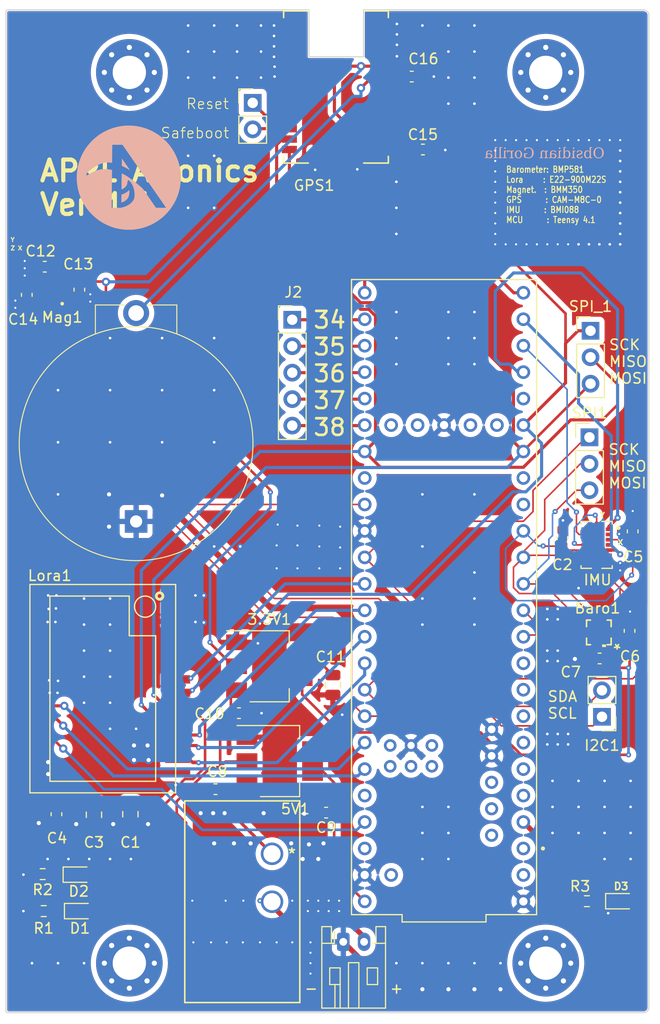
<source format=kicad_pcb>
(kicad_pcb (version 20240108) (generator "pcbnew") (generator_version "8.0")
  (layers (0 "F.Cu" signal) (31 "B.Cu" signal) (34 "B.Paste" user) (35 "F.Paste" user) (36 "B.SilkS" user "B.Silkscreen") (37 "F.SilkS" user "F.Silkscreen") (38 "B.Mask" user) (39 "F.Mask" user) (44 "Edge.Cuts" user))
  (net 0 "")
  (net 1 "GND")
  (net 2 "+3.3V")
  (net 3 "+5V")
  (net 4 "SPI_MISO")
  (net 5 "Net-(GPS1-V_BCKP)")
  (net 7 "Net-(BT1--)")
  (net 8 "SPI_SCK1")
  (net 10 "Net-(GPS1-RF_IN)")
  (net 11 "Net-(D2-K)")
  (net 12 "Net-(D3-A)")
  (net 13 "SPI_MISO1")
  (net 14 "SPI_MOSI1")
  (net 16 "PPS")
  (net 18 "GPS_CS")
  (net 20 "/DIO2")
  (net 21 "RXEN")
  (net 22 "NSS")
  (net 24 "SDA")
  (net 25 "SCL")
  (net 26 "Net-(D1-K)")
  (net 27 "TXEN")
  (net 28 "DIO1")
  (net 29 "BUSY")
  (net 30 "NRST")
  (net 48 "CSB")
  (net 49 "INTB")
  (net 51 "MAG_INT")
  (net 52 "Net-(5V1-VI)")
  (net 53 "SPI_SCK")
  (net 54 "SPI_MOSI")
  (net 55 "Net-(Mag1-CRST)")
  (net 56 "Net-(GPS1-RESET_N)")
  (net 57 "Net-(GPS1-SAFEBOOT_N)")
  (net 58 "5")
  (net 61 "Net-(IMU1-INT1)")
  (net 62 "/IMU_INT2")
  (net 63 "ACCEL_CS")
  (net 64 "GYRO_CS")
  (net 68 "Net-(MCU1-OUT2)")
  (net 70 "34")
  (net 71 "35")
  (net 72 "36")
  (net 73 "37")
  (net 74 "38")
  (footprint "Capacitor_SMD:C_0603_1608Metric" (layer "F.Cu") (at 117 75.85005 -90)
    (property "Reference" "C14")
    (property "Value" "100nF" (hide yes))
  )
  (footprint "footprints:slide_sw" (layer "F.Cu") (at 140.555001 129.499999)
    (property "Reference" "SW1" (hide yes))
    (property "Value" "SW_SPST")
  )
  (footprint "Capacitor_SMD:C_0603_1608Metric" (layer "F.Cu") (at 119.85 125.7 -90)
    (property "Reference" "C4")
    (property "Value" "100nF")
  )
  (footprint "Connector_JST:JST_PH_S2B-PH-K_1x02_P2.00mm_Horizontal" (layer "F.Cu") (at 147.4 137.95)
    (property "Reference" "BT1" (hide yes))
    (property "Value" "2S" (hide yes))
  )
  (footprint "Capacitor_SMD:C_0603_1608Metric" (layer "F.Cu") (at 122.05 75.35005 -90)
    (property "Reference" "C13")
    (property "Value" "100nF" (hide yes))
  )
  (footprint "Capacitor_SMD:C_0805_2012Metric" (layer "F.Cu") (at 123.45 125.75 -90)
    (property "Reference" "C3")
    (property "Value" "10uF" (hide yes))
  )
  (footprint "Package_TO_SOT_SMD:SOT-223-3_TabPin2" (layer "F.Cu") (at 141.3 120.6)
    (property "Reference" "5V1")
    (property "Value" "AP1117-50" (hide yes))
  )
  (footprint "MountingHole:MountingHole_3.2mm_M3_Pad_Via" (layer "F.Cu") (at 126.85 54.5)
    (property "Reference" "REF**" (hide yes))
    (property "Value" "MountingHole_3.2mm_M3_Pad_Via" (hide yes))
  )
  (footprint "Capacitor_SMD:C_0603_1608Metric" (layer "F.Cu") (at 174.9 108.1 90)
    (property "Reference" "C6")
    (property "Value" "100nF" (hide yes))
  )
  (footprint "Resistor_SMD:R_0603_1608Metric" (layer "F.Cu") (at 170.8 134.05)
    (property "Reference" "R3")
    (property "Value" "1k")
  )
  (footprint "Resistor_SMD:R_0603_1608Metric" (layer "F.Cu") (at 118.525 131.45)
    (property "Reference" "R2")
    (property "Value" "1k" (hide yes))
  )
  (footprint "Capacitor_SMD:C_0603_1608Metric" (layer "F.Cu") (at 168.45 99.2 90)
    (property "Reference" "C2")
    (property "Value" "100nF" (hide yes))
  )
  (footprint "Connector_PinHeader_2.54mm:PinHeader_1x02_P2.54mm_Vertical" (layer "F.Cu") (at 138.7 57.425)
    (property "Reference" "J1" (hide yes))
    (property "Value" "Conn_01x02_Pin")
  )
  (footprint "Connector_PinHeader_2.54mm:PinHeader_1x03_P2.54mm_Vertical" (layer "F.Cu") (at 171.15 79.3)
    (property "Reference" "SPI_1")
    (property "Value" "Conn_01x03_Pin" (hide yes))
  )
  (footprint "LED_SMD:LED_0603_1608Metric" (layer "F.Cu") (at 174.0875 134.05)
    (property "Reference" "D3")
    (property "Value" "LED")
  )
  (footprint "MountingHole:MountingHole_3.2mm_M3_Pad_Via" (layer "F.Cu") (at 126.85 140)
    (property "Reference" "REF**" (hide yes))
    (property "Value" "MountingHole_3.2mm_M3_Pad_Via" (hide yes))
  )
  (footprint "footprints:BGA9_BMM350_BOS" (layer "F.Cu") (at 119.29995 75.4 180)
    (property "Reference" "Mag1")
    (property "Value" "BMM350" (hide yes))
  )
  (footprint "footprints:QFN10_BMP581_BOS" (layer "F.Cu") (at 171.95 108.25 180)
    (property "Reference" "Baro1")
    (property "Value" "BMP581" (hide yes))
  )
  (footprint "MountingHole:MountingHole_3.2mm_M3_Pad_Via" (layer "F.Cu") (at 166.85 54.5)
    (property "Reference" "REF**" (hide yes))
    (property "Value" "MountingHole_3.2mm_M3_Pad_Via" (hide yes))
  )
  (footprint "Package_TO_SOT_SMD:SOT-223-3_TabPin2" (layer "F.Cu") (at 140.3 111.5)
    (property "Reference" "3.3V1")
    (property "Value" "AP1117-15" (hide yes))
  )
  (footprint "footprints:E22-900M22S" (layer "F.Cu") (at 124.3 113.65 180)
    (property "Reference" "Lora1")
    (property "Value" "E22-900M22S" (hide yes))
  )
  (footprint "Capacitor_SMD:C_0805_2012Metric" (layer "F.Cu") (at 126.95 125.7 -90)
    (property "Reference" "C1")
    (property "Value" "22uF" (hide yes))
  )
  (footprint "Capacitor_SMD:C_0603_1608Metric" (layer "F.Cu") (at 153.975 54.9)
    (property "Reference" "C16")
    (property "Value" "100nF" (hide yes))
  )
  (footprint "MountingHole:MountingHole_3.2mm_M3_Pad_Via" (layer "F.Cu") (at 166.85 140)
    (property "Reference" "REF**" (hide yes))
    (property "Value" "MountingHole_3.2mm_M3_Pad_Via" (hide yes))
  )
  (footprint "Capacitor_SMD:C_0603_1608Metric" (layer "F.Cu") (at 118.725 73.15005 180)
    (property "Reference" "C12")
    (property "Value" "2.2uF" (hide yes))
  )
  (footprint "footprints:QFN_M8C-0_UBL" (layer "F.Cu") (at 146.7 55.9)
    (property "Reference" "GPS1")
    (property "Value" "CAM-M8C-0")
  )
  (footprint "Capacitor_SMD:C_0603_1608Metric" (layer "F.Cu") (at 175.2 98.55 -90)
    (property "Reference" "C5")
    (property "Value" "100nF" (hide yes))
  )
  (footprint "Connector_PinHeader_2.54mm:PinHeader_1x05_P2.54mm_Vertical" (layer "F.Cu") (at 142.5 78.24)
    (property "Reference" "J2")
    (property "Value" "Conn_01x05_Pin" (hide yes))
  )
  (footprint "Capacitor_SMD:C_0805_2012Metric" (layer "F.Cu") (at 146.4 113.3 -90)
    (property "Reference" "C11")
    (property "Value" "100uF" (hide yes))
  )
  (footprint "Capacitor_SMD:C_0603_1608Metric" (layer "F.Cu") (at 155.05 61.9)
    (property "Reference" "C15")
    (property "Value" "4.7 uF" (hide yes))
  )
  (footprint "LED_SMD:LED_0603_1608Metric" (layer "F.Cu") (at 121.975 131.5)
    (property "Reference" "D2")
    (property "Value" "LED" (hide yes))
  )
  (footprint "footprints:PQFN50P450X300X100-16N" (layer "F.Cu") (at 171.7375 99.85 -90)
    (property "Reference" "IMU1" (hide yes))
    (property "Value" "BMI088" (hide yes))
  )
  (footprint "Capacitor_SMD:C_0603_1608Metric" (layer "F.Cu") (at 135.125 123.3 180)
    (property "Reference" "C8")
    (property "Value" "1 uF" (hide yes))
  )
  (footprint "LED_SMD:LED_0603_1608Metric" (layer "F.Cu") (at 122.1 135)
    (property "Reference" "D1")
    (property "Value" "LED" (hide yes))
  )
  (footprint "Capacitor_SMD:C_0603_1608Metric" (layer "F.Cu") (at 145.75 125.55 180)
    (property "Reference" "C9")
    (property "Value" "100 nF" (hide yes))
  )
  (footprint "Capacitor_SMD:C_0603_1608Metric" (layer "F.Cu") (at 137.375 116)
    (property "Reference" "C10")
    (property "Value" "10uF" (hide yes))
  )
  (footprint "Resistor_SMD:R_0603_1608Metric" (layer "F.Cu") (at 118.625 135 180)
    (property "Reference" "R1")
    (property "Value" "1k" (hide yes))
  )
  (footprint "footprints:Battery_Holder_Coin_2032_BS-7" (layer "F.Cu") (at 127.5 97.6 90)
    (property "Reference" "BAT1" (hide yes))
    (property "Value" "BS-7" (hide yes))
  )
  (footprint "Capacitor_SMD:C_0603_1608Metric" (layer "F.Cu") (at 172.025 110.75 180)
    (property "Reference" "C7")
    (property "Value" "100nF" (hide yes))
  )
  (footprint "Connector_PinHeader_2.54mm:PinHeader_1x03_P2.54mm_Vertical" (layer "F.Cu") (at 171.05 89.525)
    (property "Reference" "SPI1")
    (property "Value" "Conn_01x03_Pin" (hide yes))
  )
  (footprint "footprints:Teensy_41" (layer "F.Cu") (at 157.08 104.86 90)
    (property "Reference" "MCU1" (hide yes))
    (property "Value" "Teensy 4.1")
  )
  (footprint "Connector_PinHeader_2.54mm:PinHeader_1x02_P2.54mm_Vertical" (layer "F.Cu") (at 172.25 116.35 180)
    (property "Reference" "I2C1")
    (property "Value" "Conn_01x02_Pin" (hide yes))
  )
  (footprint "LOGO" (layer "B.Cu") (at 126.8 64.6 180)
    (property "Reference" "G***" (hide yes))
    (property "Value" "LOGO" (hide yes))
  )
  (gr_circle (center 120.4 76.7) (end 120.5 76.7) (stroke (width 0.15)) (fill solid) (layer "F.SilkS"))
  (gr_arc (start 176.25 48.5) (mid 176.603553 48.646447) (end 176.75 49) (stroke (width 0.1)) (layer "Edge.Cuts"))
  (gr_line (start 149.35 48.5) (end 149.35 53) (stroke (width 0.1)) (layer "Edge.Cuts"))
  (gr_line (start 149.35 53) (end 144.1 53) (stroke (width 0.1)) (layer "Edge.Cuts"))
  (gr_line (start 176.75 49) (end 176.75 144.25) (stroke (width 0.1)) (layer "Edge.Cuts"))
  (gr_line (start 115.15 144.75) (end 176.25 144.75) (stroke (width 0.1)) (layer "Edge.Cuts"))
  (gr_line (start 116.25 48.5) (end 115.2 48.5) (stroke (width 0.1)) (layer "Edge.Cuts"))
  (gr_arc (start 115.15 144.75) (mid 115.043934 144.706066) (end 115 144.6) (stroke (width 0.1)) (layer "Edge.Cuts"))
  (gr_arc (start 115 48.7) (mid 115.058579 48.558579) (end 115.2 48.5) (stroke (width 0.1)) (layer "Edge.Cuts"))
  (gr_line (start 115 144.6) (end 115 48.7) (stroke (width 0.1)) (layer "Edge.Cuts"))
  (gr_line (start 149.35 48.5) (end 176.25 48.5) (stroke (width 0.1)) (layer "Edge.Cuts"))
  (gr_line (start 144.1 53) (end 144.1 48.5) (stroke (width 0.1)) (layer "Edge.Cuts"))
  (gr_line (start 116.25 48.5) (end 144.1 48.5) (stroke (width 0.1)) (layer "Edge.Cuts"))
  (gr_arc (start 176.75 144.25) (mid 176.603553 144.603553) (end 176.25 144.75) (stroke (width 0.1)) (layer "Edge.Cuts"))
  (gr_text "HB" (at 154 113.2 0) (layer "F.Cu") (effects (font (size 1.5 1.5) (thickness 0.3) (bold yes)) (justify left bottom)))
  (gr_text "Obsidian Gorilla" (at 172.5 62.9 0) (layer "B.SilkS") (effects (font (size 1 1)) (justify left bottom mirror)))
  (gr_text "APRL Avionics\nVer 1.1" (at 118.05 68.35 0) (layer "F.SilkS") (effects (font (size 2 2) (thickness 0.4) (bold yes)) (justify left bottom)))
  (gr_text "X" (at 116.1 71.6 0) (layer "F.SilkS") (effects (font (size 0.4 0.4) (thickness 0.1)) (justify left bottom)))
  (gr_text "34\n35\n36\n37\n38" (at 144.4 89.5 0) (layer "F.SilkS") (effects (font (size 1.6 1.6) (thickness 0.25)) (justify left bottom)))
  (gr_text "Y" (at 115.4 70.8 0) (layer "F.SilkS") (effects (font (size 0.4 0.4) (thickness 0.1)) (justify left bottom)))
  (gr_text "+" (at 151.8 143 0) (layer "F.SilkS") (effects (font (size 1 1)) (justify left bottom)))
  (gr_text "IMU" (at 170.4 103.8 0) (layer "F.SilkS") (effects (font (size 1 1)) (justify left bottom)))
  (gr_text "SCK\nMISO\nMOSI" (at 172.8 94.5 0) (layer "F.SilkS") (effects (font (size 1 1)) (justify left bottom)))
  (gr_text "Safeboot" (at 129.8 60.9 0) (layer "F.SilkS") (effects (font (size 1 1) (thickness 0.1)) (justify left bottom)))
  (gr_text "-" (at 143.6 143 0) (layer "F.SilkS") (effects (font (size 1 1)) (justify left bottom)))
  (gr_text "Barometer: BMP581\nLora     : E22-900M22S\nMagnet.  : BMM350\nGPS      : CAM-M8C-0\nIMU      : BMI088\nMCU      : Teensy 4.1" (at 163 69 0) (layer "F.SilkS") (effects (font (size 0.6 0.5) (thickness 0.1) (bold yes)) (justify left bottom)))
  (gr_text "SCK\nMISO\nMOSI" (at 172.85 84.45 0) (layer "F.SilkS") (effects (font (size 1 1)) (justify left bottom)))
  (gr_text "Z" (at 115.4 71.6 0) (layer "F.SilkS") (effects (font (size 0.4 0.4) (thickness 0.1)) (justify left bottom)))
  (gr_text "Y" (at 172 97.3 0) (layer "F.SilkS") (effects (font (size 0.5 0.5) (thickness 0.125)) (justify left bottom)))
  (gr_text "SDA\nSCL\n" (at 166.95 116.6 0) (layer "F.SilkS") (effects (font (size 1 1)) (justify left bottom)))
  (gr_text "X" (at 173.7 99.9 0) (layer "F.SilkS") (effects (font (size 0.5 0.5) (thickness 0.125)) (justify left bottom)))
  (gr_text "Reset" (at 132.25 58.1 0) (layer "F.SilkS") (effects (font (size 1 1) (thickness 0.1)) (justify left bottom)))
  (segment (start 148.700001 62.614251) (end 148.700001 63.750001) (width 0.3) (layer "F.Cu") (net 1))
  (segment (start 172.85 135.05) (end 173.1 134.8) (width 0.5) (layer "F.Cu") (net 1))
  (segment (start 171.450001 110.549999) (end 171.25 110.75) (width 0.15) (layer "F.Cu") (net 1))
  (segment (start 134.35 123.3) (end 134.35 124.95) (width 0.3) (layer "F.Cu") (net 1))
  (segment (start 147.4 137.95) (end 149.45 140) (width 0.5) (layer "F.Cu") (net 1))
  (segment (start 122.05 76.12505) (end 122.77495 76.12505) (width 0.3) (layer "F.Cu") (net 1))
  (segment (start 122.77495 76.12505) (end 123.1 75.8) (width 0.3) (layer "F.Cu") (net 1))
  (segment (start 117.95 74.05005) (end 118.8999 74.99995) (width 0.15) (layer "F.Cu") (net 1))
  (segment (start 148.700001 63.750001) (end 148.75 63.8) (width 0.3) (layer "F.Cu") (net 1))
  (segment (start 149.45 140) (end 152.5 140) (width 0.5) (layer "F.Cu") (net 1))
  (segment (start 116.94995 73.15005) (end 116.8 73.3) (width 0.15) (layer "F.Cu") (net 1))
  (segment (start 146.4 114.25) (end 146.4 115.25) (width 0.3) (layer "F.Cu") (net 1))
  (segment (start 171.450001 109.023001) (end 171.450001 110.549999) (width 0.15) (layer "F.Cu") (net 1))
  (segment (start 172.449999 107.550001) (end 171.95 108.05) (width 0.15) (layer "F.Cu") (net 1))
  (segment (start 117.95 73.15005) (end 117.95 74.05005) (width 0.15) (layer "F.Cu") (net 1))
  (segment (start 171.95 108.05) (end 171.95 109.023001) (width 0.15) (layer "F.Cu") (net 1))
  (segment (start 168.5 97.5) (end 168.45 97.55) (width 0.3) (layer "F.Cu") (net 1))
  (segment (start 138.15 118.3) (end 138.15 116) (width 0.3) (layer "F.Cu") (net 1))
  (segment (start 129.85 121.65) (end 128.7 120.5) (width 0.3) (layer "F.Cu") (net 1))
  (segment (start 146.4 115.25) (end 147.3 116.15) (width 0.3) (layer "F.Cu") (net 1))
  (segment (start 116.12505 76.62505) (end 115.9 76.4) (width 0.3) (layer "F.Cu") (net 1))
  (segment (start 172.449999 107.476999) (end 172.449999 107.550001) (width 0.15) (layer "F.Cu") (net 1))
  (segment (start 168.45 98.425) (end 168.5 97.5) (width 0.3) (layer "F.Cu") (net 1))
  (segment (start 171.450001 109.023001) (end 171.95 109.023001) (width 0.15) (layer "F.Cu") (net 1))
  (segment (start 117.95 73.15005) (end 116.94995 73.15005) (width 0.15) (layer "F.Cu") (net 1))
  (segment (start 172.85 135.05) (end 173.3 134.6) (width 0.5) (layer "F.Cu") (net 1))
  (segment (start 131.5 121.65) (end 129.85 121.65) (width 0.3) (layer "F.Cu") (net 1))
  (segment (start 117 76.62505) (end 116.12505 76.62505) (width 0.3) (layer "F.Cu") (net 1))
  (segment (start 173.3 134.6) (end 173.3 134.05) (width 0.5) (layer "F.Cu") (net 1))
  (segment (start 172.85 135.2) (end 172.85 135.05) (width 0.5) (layer "F.Cu") (net 1))
  (segment (start 134.35 124.95) (end 133.7 125.6) (width 0.3) (layer "F.Cu") (net 1))
  (via (at 145 134) (size 0.5) (drill 0.2) (layers "F.Cu" "B.Cu") (net 1))
  (via (at 132.5 50) (size 0.6) (drill 0.25) (layers "F.Cu" "B.Cu") (net 1))
  (via (at 143 99.9) (size 0.5) (drill 0.2) (layers "F.Cu" "B.Cu") (net 1))
  (via (at 143.5 130) (size 0.8) (drill 0.4) (layers "F.Cu" "B.Cu") (net 1))
  (via (at 116.675 135) (size 0.6) (drill 0.25) (layers "F.Cu" "B.Cu") (net 1))
  (via (at 137.2 52.5) (size 0.6) (drill 0.25) (layers "F.Cu" "B.Cu") (net 1))
  (via (at 136.9 128.5) (size 0.8) (drill 0.4) (layers "F.Cu" "B.Cu") (net 1))
  (via (at 119.8 105.95) (size 0.6) (drill 0.25) (layers "F.Cu" "B.Cu") (net 1))
  (via (at 122.5 110) (size 0.6) (drill 0.25) (layers "F.Cu" "B.Cu") (net 1))
  (via (at 120 90) (size 0.6) (drill 0.25) (layers "F.Cu" "B.Cu") (net 1))
  (via (at 152.5 67.5) (size 0.6) (drill 0.25) (layers "F.Cu" "B.Cu") (net 1))
  (via (at 152.5 140) (size 0.6) (drill 0.25) (layers "F.Cu" "B.Cu") (net 1))
  (via (at 128.65 126.65) (size 0.8) (drill 0.4) (layers "F.Cu" "B.Cu") (net 1))
  (via (at 125 107.5) (size 0.6) (drill 0.25) (layers "F.Cu" "B.Cu") (net 1))
  (via (at 135 128.5) (size 0.8) (drill 0.4) (layers "F.Cu" "B.Cu") (net 1))
  (via (at 174 69) (size 0.6) (drill 0.25) (layers "F.Cu" "B.Cu") (net 1))
  (via (at 122.5 107.5) (size 0.6) (drill 0.25) (layers "F.Cu" "B.Cu") (net 1))
  (via (at 174 62) (size 0.6) (drill 0.25) (layers "F.Cu" "B.Cu") (net 1))
  (via (at 167 119) (size 0.6) (drill 0.25) (layers "F.Cu" "B.Cu") (net 1))
  (via (at 116.8 73.3) (size 0.5) (drill 0.2) (layers "F.Cu" "B.Cu") (net 1))
  (via (at 135 90) (size 0.6) (drill 0.25) (layers "F.Cu" "B.Cu") (net 1))
  (via (at 152.5 80) (size 0.6) (drill 0.25) (layers "F.Cu" "B.Cu") (net 1))
  (via (at 162.5 140) (size 0.6) (drill 0.25) (layers "F.Cu" "B.Cu") (net 1))
  (via (at 155 95) (size 0.6) (drill 0.25) (layers "F.Cu" "B.Cu") (net 1))
  (via (at 132.5 62.5) (size 0.6) (drill 0.25) (layers "F.Cu" "B.Cu") (net 1))
  (via (at 137.8 134) (size 0.5) (drill 0.2) (layers "F.Cu" "B.Cu") (net 1))
  (via (at 175 122.5) (size 0.6) (drill 0.25) (layers "F.Cu" "B.Cu") (net 1))
  (via (at 147.1 102.1) (size 0.5) (drill 0.2) (layers "F.Cu" "B.Cu") (net 1))
  (via (at 157.5 82.5) (size 0.6) (drill 0.25) (layers "F.Cu" "B.Cu") (net 1))
  (via (at 157.5 50) (size 0.6) (drill 0.25) (layers "F.Cu" "B.Cu") (net 1))
  (via (at 162 63) (size 0.5) (drill 0.2) (layers "F.Cu" "B.Cu") (net 1))
  (via (at 135 50) (size 0.6) (drill 0.25) (layers "F.Cu" "B.Cu") (net 1))
  (via (at 125.3 126.65) (size 0.8) (drill 0.4) (layers "F.Cu" "B.Cu") (net 1))
  (via (at 133.2 104.7) (size 0.6) (drill 0.25) (layers "F.Cu" "B.Cu") (net 1))
  (via (at 173 71) (size 0.6) (drill 0.25) (layers "F.Cu" "B.Cu") (net 1))
  (via (at 169.65 110.8) (size 0.8) (drill 0.4) (layers "F.Cu" "B.Cu") (net 1))
  (via (at 140.75 52) (size 0.6) (drill 0.25) (layers "F.Cu" "B.Cu") (net 1))
  (via (at 144.25 138) (size 0.5) (drill 0.2) (layers "F.Cu" "B.Cu") (net 1))
  (via (at 142.4 128.5) (size 0.8) (drill 0.4) (layers "F.Cu" "B.Cu") (net 1))
  (via (at 162 69) (size 0.5) (drill 0.2) (layers "F.Cu" "B.Cu") (net 1))
  (via (at 139.55 116) (size 0.6) (drill 0.25) (layers "F.Cu" "B.Cu") (net 1))
  (via (at 141.1 97.9) (size 0.5) (drill 0.2) (layers "F.Cu" "B.Cu") (net 1))
  (via (at 174 68) (size 0.6) (drill 0.25) (layers "F.Cu" "B.Cu") (net 1))
  (via (at 172.5 122.5) (size 0.6) (drill 0.25) (layers "F.Cu" "B.Cu") (net 1))
  (via (at 155 127.5) (size 0.6) (drill 0.25) (layers "F.Cu" "B.Cu") (net 1))
  (via (at 139.2 109.3) (size 0.6) (drill 0.25) (layers "F.Cu" "B.Cu") (net 1))
  (via (at 173.9 98.8) (size 0.5) (drill 0.2) (layers "F.Cu" "B.Cu") (net 1))
  (via (at 117.5 140) (size 0.6) (drill 0.25) (layers "F.Cu" "B.Cu") (net 1))
  (via (at 156.1 54.9) (size 0.6) (drill 0.25) (layers "F.Cu" "B.Cu") (net 1))
  (via (at 160 105) (size 0.6) (drill 0.25) (layers "F.Cu" "B.Cu") (net 1))
  (via (at 120 112.9) (size 0.6) (drill 0.25) (layers "F.Cu" "B.Cu") (net 1))
  (via (at 140.75 53) (size 0.6) (drill 0.25) (layers "F.Cu" "B.Cu") (net 1))
  (via (at 164 61) (size 0.5) (drill 0.2) (layers "F.Cu" "B.Cu") (net 1))
  (via (at 168 110) (size 0.6) (drill 0.25) (layers "F.Cu" "B.Cu") (net 1))
  (via (at 162 64) (size 0.5) (drill 0.2) (layers "F.Cu" "B.Cu") (net 1))
  (via (at 137.2 50) (size 0.6) (drill 0.25) (layers "F.Cu" "B.Cu") (net 1))
  (via (at 147 135) (size 0.5) (drill 0.2) (layers "F.Cu" "B.Cu") (net 1))
  (via (at 168.5 97.5) (size 0.6) (drill 0.25) (layers "F.Cu" "B.Cu") (net 1))
  (via (at 160 142.5) (size 0.8) (drill 0.4) (layers "F.Cu" "B.Cu") (net 1))
  (via (at 155 105) (size 0.6) (drill 0.25) (layers "F.Cu" "B.Cu") (net 1))
  (via (at 128.7 120.5) (size 0.8) (drill 0.4) (layers "F.Cu" "B.Cu") (net 1))
  (via (at 145.1 102.1) (size 0.5) (drill 0.2) (layers "F.Cu" "B.Cu") (net 1))
  (via (at 166 61) (size 0.5) (drill 0.2) (layers "F.Cu" "B.Cu") (net 1))
  (via (at 141 134) (size 0.5) (drill 0.2) (layers "F.Cu" "B.Cu") (net 1))
  (via (at 155 125) (size 0.6) (drill 0.25) (layers "F.Cu" "B.Cu") (net 1))
  (via (at 157.5 130) (size 0.6) (drill 0.25) (layers "F.Cu" "B.Cu") (net 1))
  (via (at 140.75 50) (size 0.6) (drill 0.25) (layers "F.Cu" "B.Cu") (net 1))
  (via (at 170 61) (size 0.5) (drill 0.2) (layers "F.Cu" "B.Cu") (net 1))
  (via (at 125 117.5) (size 0.6) (drill 0.25) (layers "F.Cu" "B.Cu") (net 1))
  (via (at 163 71) (size 0.5) (drill 0.2) (layers "F.Cu" "B.Cu") (net 1))
  (via (at 133 138) (size 0.5) (drill 0.2) (layers "F.Cu" "B.Cu") (net 1))
  (via (at 174.95 106.25) (size 0.5) (drill 0.2) (layers "F.Cu" "B.Cu") (net 1))
  (via (at 170 104) (size 0.6) (drill 0.25) (layers "F.Cu" "B.Cu") (net 1))
  (via (at 141 138) (size 0.5) (drill 0.2) (layers "F.Cu" "B.Cu") (net 1))
  (via (at 119.05 104.7) (size 0.6) (drill 0.25) (layers "F.Cu" "B.Cu") (net 1))
  (via (at 135 67.5) (size 0.6) (drill 0.25) (layers "F.Cu" "B.Cu") (net 1))
  (via (at 167 106) (size 0.6) (drill 0.25) (layers "F.Cu" "B.Cu") (net 1))
  (via (at 157.5 77.5) (size 0.6) (drill 0.25) (layers "F.Cu" "B.Cu") (net 1))
  (via (at 125 105) (size 0.6) (drill 0.25) (layers "F.Cu" "B.Cu") (net 1))
  (via (at 125 115) (size 0.6) (drill 0.25) (layers "F.Cu" "B.Cu") (net 1))
  (via (at 133.2 107.25) (size 0.6) (drill 0.25) (layers "F.Cu" "B.Cu") (net 1))
  (via (at 119.95 114.05) (size 0.6) (drill 0.25) (layers "F.Cu" "B.Cu") (net 1))
  (via (at 144.25 139) (size 0.5) (drill 0.2) (layers "F.Cu" "B.Cu") (net 1))
  (via (at 116.8 72.6) (size 0.5) (drill 0.2) (layers "F.Cu" "B.Cu") (net 1))
  (via (at 152.55 49.85) (size 0.6) (drill 0.25) (layers "F.Cu" "B.Cu") (net 1))
  (via (at 132.5 55) (size 0.6) (drill 0.25) (layers "F.Cu" "B.Cu") (net 1))
  (via (at 123.1 76.5) (size 0.5) (drill 0.2) (layers "F.Cu" "B.Cu") (net 1))
  (via (at 167 107) (size 0.6) (drill 0.25) (layers "F.Cu" "B.Cu") (net 1))
  (via (at 172.5 127.5) (size 0.6) (drill 0.25) (layers "F.Cu" "B.Cu") (net 1))
  (via (at 167 61) (size 0.5) (drill 0.2) (layers "F.Cu" "B.Cu") (net 1))
  (via (at 166 71) (size 0.5) (drill 0.2) (layers "F.Cu" "B.Cu") (net 1))
  (via (at 160 107.5) (size 0.6) (drill 0.25) (layers "F.Cu" "B.Cu") (net 1))
  (via (at 145.1 100) (size 0.5) (drill 0.2) (layers "F.Cu" "B.Cu") (net 1))
  (via (at 172.5 125) (size 0.6) (drill 0.25) (layers "F.Cu" "B.Cu") (net 1))
  (via (at 118.15 126.55) (size 0.8) (drill 0.4) (layers "F.Cu" "B.Cu") (net 1))
  (via (at 139.4 138) (size 0.5) (drill 0.2) (layers "F.Cu" "B.Cu") (net 1))
  (via (at 174 61) (size 0.5) (drill 0.2) (layers "F.Cu" "B.Cu") (net 1))
  (via (at 134.7 138) (size 0.5) (drill 0.2) (layers "F.Cu" "B.Cu") (net 1))
  (via (at 119.75 107.25) (size 0.6) (drill 0.25) (layers "F.Cu" "B.Cu") (net 1))
  (via (at 157.5 127.5) (size 0.6) (drill 0.25) (layers "F.Cu" "B.Cu") (net 1))
  (via (at 157.5 55) (size 0.6) (drill 0.25) (layers "F.Cu" "B.Cu") (net 1))
  (via (at 169 71) (size 0.5) (drill 0.2) (layers "F.Cu" "B.Cu") (net 1))
  (via (at 160 82.5) (size 0.6) (drill 0.25) (layers "F.Cu" "B.Cu") (net 1))
  (via (at 136.2 138) (size 0.5) (drill 0.2) (layers "F.Cu" "B.Cu") (net 1))
  (via (at 155 100) (size 0.6) (drill 0.25) (layers "F.Cu" "B.Cu") (net 1))
  (via (at 162 70) (size 0.5) (drill 0.2) (layers "F.Cu" "B.Cu") (net 1))
  (via (at 125 90) (size 0.6) (drill 0.25) (layers "F.Cu" "B.Cu") (net 1))
  (via (at 141 99.9) (size 0.5) (drill 0.2) (layers "F.Cu" "B.Cu") (net 1))
  (via (at 162 65) (size 0.5) (drill 0.2) (layers "F.Cu" "B.Cu") (net 1))
  (via (at 169 118) (size 0.6) (drill 0.25) (layers "F.Cu" "B.Cu") (net 1))
  (via (at 171 71) (size 0.6) (drill 0.25) (layers "F.Cu" "B.Cu") (net 1))
  (via (at 174 71) (size 0.6) (drill 0.25) (layers "F.Cu" "B.Cu") (net 1))
  (via (at 168 71) (size 0.5) (drill 0.2) (layers "F.Cu" "B.Cu") (net 1))
  (via (at 123.1 75.8) (size 0.5) (drill 0.2) (layers "F.Cu" "B.Cu") (net 1))
  (via (at 144.25 141) (size 0.5) (drill 0.2) (layers "F.Cu" "B.Cu") (net 1))
  (via (at 135 85) (size 0.6) (drill 0.25) (layers "F.Cu" "B.Cu") (net 1))
  (via (at 127.3 119.1) (size 0.8) (drill 0.4) (layers "F.Cu" "B.Cu") (net 1))
  (via (at 148.75 63.8) (size 0.6) (drill 0.25) (layers "F.Cu" "B.Cu") (net 1))
  (via (at 125 85) (size 0.6) (drill 0.25) (layers "F.Cu" "B.Cu") (net 1))
  (via (at 145.5 128.5) (size 0.8) (drill 0.4) (layers "F.Cu" "B.Cu") (net 1))
  (via (at 116.8 74) (size 0.5) (drill 0.2) (layers "F.Cu" "B.Cu") (net 1))
  (via (at 160 95) (size 0.6) (drill 0.25) (layers "F.Cu" "B.Cu") (net 1))
  (via (at 144 134) (size 0.5) (drill 0.2) (layers "F.Cu" "B.Cu") (net 1))
  (via (at 143.65 125.65) (size 0.8) (drill 0.4) (layers "F.Cu" "B.Cu") (net 1))
  (via (at 144.1 128.6) (size 0.8) (drill 0.4) (layers "F.Cu" "B.Cu") (net 1))
  (via (at 130 95.1) (size 0.8) (drill 0.4) (layers "F.Cu" "B.Cu") (net 1))
  (via (at 147.3 116.15) (size 0.6) (drill 0.25) (layers "F.Cu" "B.Cu") (net 1))
  (via (at 140.8 53.95) (size 0.6) (drill 0.25) (layers "F.Cu" "B.Cu") (net 1))
  (via (at 139.5 55) (size 0.6) (drill 0.25) (layers "F.Cu" "B.Cu") (net 1))
  (via (at 162 66) (size 0.5) (drill 0.2) (layers "F.Cu" "B.Cu") (net 1))
  (via (at 147 134) (size 0.5) (drill 0.2) (layers "F.Cu" "B.Cu") (net 1))
  (via (at 145 130) (size 0.8) (drill 0.4) (layers "F.Cu" "B.Cu") (net 1))
  (via (at 160 140) (size 0.6) (drill 0.25) (layers "F.Cu" "B.Cu") (net 1))
  (via (at 115.9 77.1) (size 0.5) (drill 0.2) (layers "F.Cu" "B.Cu") (net 1))
  (via (at 167.5 125) (size 0.6) (drill 0.25) (layers "F.Cu" "B.Cu") (net 1))
  (via (at 137.75 138) (size 0.5) (drill 0.2) (layers "F.Cu" "B.Cu") (net 1))
  (via (at 157.5 52.5) (size 0.6) (drill 0.25) (layers "F.Cu" "B.Cu") (net 1))
  (via (at 168 107) (size 0.6) (drill 0.25) (layers "F.Cu" "B.Cu") (net 1))
  (via (at 121 130) (size 0.6) (drill 0.25) (layers "F.Cu" "B.Cu") (net 1))
  (via (at 143 98) (size 0.5) (drill 0.2) (layers "F.Cu" "B.Cu") (net 1))
  (via (at 163 61) (size 0.5) (drill 0.2) (layers "F.Cu" "B.Cu") (net 1))
  (via (at 125 110) (size 0.6) (drill 0.25) (layers "F.Cu" "B.Cu") (net 1))
  (via (at 171 61) (size 0.5) (drill 0.2) (layers "F.Cu" "B.Cu") (net 1))
  (via (at 175.2 96.6) (size 0.5) (drill 0.2) (layers "F.Cu" "B.Cu") (net 1))
  (via (at 138.5 128.5) (size 0.8) (drill 0.4) (layers "F.Cu" "B.Cu") (net 1))
  (via (at 155 107.5) (size 0.6) (drill 0.25) (layers "F.Cu" "B.Cu") (net 1))
  (via (at 122.5 140) (size 0.6) (drill 0.25) (layers "F.Cu" "B.Cu") (net 1))
  (via (at 124.9 98.1) (size 0.8) (drill 0.4) (layers "F.Cu" "B.Cu") (net 1))
  (via (at 160 80) (size 0.6) (drill 0.25) (layers "F.Cu" "B.Cu") (net 1))
  (via (at 132.9 134) (size 0.5) (drill 0.2) (layers "F.Cu" "B.Cu") (net 1))
  (via (at 160 77.5) (size 0.6) (drill 0.25) (layers "F.Cu" "B.Cu") (net 1))
  (via (at 141 102.1) (size 0.5) (drill 0.2) (layers "F.Cu" "B.Cu") (net 1))
  (via (at 137.5 100) (size 0.6) (drill 0.25) (layers "F.Cu" "B.Cu") (net 1))
  (via (at 168 111) (size 0.6) (drill 0.25) (layers "F.Cu" "B.Cu") (net 1))
  (via (at 119.05 120.7) (size 0.8) (drill 0.4) (layers "F.Cu" "B.Cu") (net 1))
  (via (at 160 55) (size 0.6) (drill 0.25) (layers "F.Cu" "B.Cu") (net 1))
  (via (at 123 130) (size 0.6) (drill 0.25) (layers "F.Cu" "B.Cu") (net 1))
  (via (at 165 61) (size 0.5) (drill 0.2) (layers "F.Cu" "B.Cu") (net 1))
  (via (at 152.5 82.5) (size 0.6) (drill 0.25) (layers "F.Cu" "B.Cu") (net 1))
  (via (at 146 134) (size 0.5) (drill 0.2) (layers "F.Cu" "B.Cu") (net 1))
  (via (at 139.4 134) (size 0.5) (drill 0.2) (layers "F.Cu" "B.Cu") (net 1))
  (via (at 125 80) (size 0.6) (drill 0.25) (layers "F.Cu" "B.Cu") (net 1))
  (via (at 170 71) (size 0.6) (drill 0.25) (layers "F.Cu" "B.Cu") (net 1))
  (via (at 174 66) (size 0.6) (drill 0.25) (layers "F.Cu" "B.Cu") (net 1))
  (via (at 136 125.6) (size 0.8) (drill 0.4) (layers "F.Cu" "B.Cu") (net 1))
  (via (at 132.5 67.5) (size 0.6) (drill 0.25) (layers "F.Cu" "B.Cu") (net 1))
  (via (at 157.5 140) (size 0.6) (drill 0.25) (layers "F.Cu" "B.Cu") (net 1))
  (via (at 144 135) (size 0.5) (drill 0.2) (layers "F.Cu" "B.Cu") (net 1))
  (via (at 131.3 122.9) (size 0.6) (drill 0.25) (layers "F.Cu" "B.Cu") (net 1))
  (via (at 127 130) (size 0.6) (drill 0.25) (layers "F.Cu" "B.Cu") (net 1))
  (via (at 167 118) (size 0.6) (drill 0.25) (layers "F.Cu" "B.Cu") (net 1))
  (via (at 162 61) (size 0.5) (drill 0.2) (layers "F.Cu" "B.Cu") (net 1))
  (via (at 168 119) (size 0.6) (drill 0.25) (layers "F.Cu" "B.Cu") (net 1))
  (via (at 134 107.3) (size 0.6) (drill 0.25) (layers "F.Cu" "B.Cu") (net 1))
  (via (at 142.5 138) (size 0.5) (drill 0.2) (layers "F.Cu" "B.Cu") (net 1))
  (via (at 167 111) (size 0.6) (drill 0.25) (layers "F.Cu" "B.Cu") (net 1))
  (via (at 139.5 50) (size 0.6) (drill 0.25) (layers "F.Cu" "B.Cu") (net 1))
  (via (at 134 104.7) (size 0.6) (drill 0.25) (layers "F.Cu" "B.Cu") (net 1))
  (via (at 168 61) (size 0.5) (drill 0.2) (layers "F.Cu" "B.Cu") (net 1))
  (via (at 124.9 95) (size 0.8) (drill 0.4) (layers "F.Cu" "B.Cu") (net 1))
  (via (at 174 64) (size 0.6) (drill 0.25) (layers "F.Cu" "B.Cu") (net 1))
  (via (at 143 102.1) (size 0.5) (drill 0.2) (layers "F.Cu" "B.Cu") (net 1))
  (via (at 119.15 112.85) (size 0.6) (drill 0.25) (layers "F.Cu" "B.Cu") (net 1))
  (via (at 120 95) (size 0.6) (drill 0.25) (layers "F.Cu" "B.Cu") (net 1))
  (via (at 130 85) (size 0.6) (drill 0.25) (layers "F.Cu" "B.Cu") (net 1))
  (via (at 157.5 142.5) (size 0.8) (drill 0.4) (layers "F.Cu" "B.Cu") (net 1))
  (via (at 119.85 104.7) (size 0.6) (drill 0.25) (layers "F.Cu" "B.Cu") (net 1))
  (via (at 172 61) (size 0.5) (drill 0.2) (layers "F.Cu" "B.Cu") (net 1))
  (via (at 125 130) (size 0.6) (drill 0.25) (layers "F.Cu" "B.Cu") (net 1))
  (via (at 172 71) (size 0.6) (drill 0.25) (layers "F.Cu" "B.Cu") (net 1))
  (via (at 152.55 50.85) (size 0.6) (drill 0.25) (layers "F.Cu" "B.Cu") (net 1))
  (via (at 145.1 98) (size 0.5) (drill 0.2) (layers "F.Cu" "B.Cu") (net 1))
  (via (at 146 135) (size 0.5) (drill 0.2) (layers "F.Cu" "B.Cu") (net 1))
  (via (at 160 52.5) (size 0.6) (drill 0.25) (layers "F.Cu" "B.Cu") (net 1))
  (via (at 152.55 52.95) (size 0.6) (drill 0.25) (layers "F.Cu" "B.Cu") (net 1))
  (via (at 140.8 54.9) (size 0.6) (drill 0.25) (layers "F.Cu" "B.Cu") (net 1))
  (via (at 170 127.5) (size 0.6) (drill 0.25) (layers "F.Cu" "B.Cu") (net 1))
  (via (at 144.7 63.85) (size 0.6) (drill 0.25) (layers "F.Cu" "B.Cu") (net 1))
  (via (at 135 55) (size 0.6) (drill 0.25) (layers "F.Cu" "B.Cu") (net 1))
  (via (at 128.6 119.1) (size 0.8) (drill 0.4) (layers "F.Cu" "B.Cu") (net 1))
  (via (at 167.5 127.5) (size 0.6) (drill 0.25) (layers "F.Cu" "B.Cu") (net 1))
  (via (at 139.5 52.5) (size 0.6) (drill 0.25) (layers "F.Cu" "B.Cu") (net 1))
  (via (at 144.25 140) (size 0.5) (drill 0.2) (layers "F.Cu" "B.Cu") (net 1))
  (via (at 137.2 55) (size 0.6) (drill 0.25) (layers "F.Cu" "B.Cu") (net 1))
  (via (at 174 101.6) (size 0.5) (drill 0.2) (layers "F.Cu" "B.Cu") (net 1))
  (via (at 122.5 112.5) (size 0.6) (drill 0.25) (layers "F.Cu" "B.Cu") (net 1))
  (via (at 175 125) (size 0.6) (drill 0.25) (layers "F.Cu" "B.Cu") (net 1))
  (via (at 152.5 70) (size 0.6) (drill 0.25) (layers "F.Cu" "B.Cu") (net 1))
  (via (at 119 107.25) (size 0.6) (drill 0.25) (layers "F.Cu" "B.Cu") (net 1))
  (via (at 135 100) (size 0.6) (drill 0.25) (layers "F.Cu" "B.Cu") (net 1))
  (via (at 175 130) (size 0.6) (drill 0.25) (layers "F.Cu" "B.Cu") (net 1))
  (via (at 162 67) (size 0.5) (drill 0.2) (layers "F.Cu" "B.Cu") (net 1))
  (via (at 135 52.5) (size 0.6) (drill 0.25) (layers "F.Cu" "B.Cu") (net 1))
  (via (at 140.75 51) (size 0.6) (drill 0.25) (layers "F.Cu" "B.Cu") (net 1))
  (via (at 119.1 106) (size 0.6) (drill 0.25) (layers "F.Cu" "B.Cu") (net 1))
  (via (at 172.85 135.2) (size 0.6) (drill 0.25) (layers "F.Cu" "B.Cu") (net 1))
  (via (at 147.1 100.1) (size 0.5) (drill 0.2) (layers "F.Cu" "B.Cu") (net 1))
  (via (at 168 118) (size 0.6) (drill 0.25) (layers "F.Cu" "B.Cu") (net 1))
  (via (at 155 130) (size 0.6) (drill 0.25) (layers "F.Cu" "B.Cu") (net 1))
  (via (at 116.675 131.5) (size 0.6) (drill 0.25) (layers "F.Cu" "B.Cu") (net 1))
  (via (at 164 71) (size 0.5) (drill 0.2) (layers "F.Cu" "B.Cu") (net 1))
  (via (at 173 61) (size 0.5) (drill 0.2) (layers "F.Cu" "B.Cu") (net 1))
  (via (at 160 57.5) (size 0.6) (drill 0.25) (layers "F.Cu" "B.Cu") (net 1))
  (via (at 119.05 121.85) (size 0.8) (drill 0.4) (layers "F.Cu" "B.Cu") (net 1))
  (via (at 167 71) (size 0.5) (drill 0.2) (layers "F.Cu" "B.Cu") (net 1))
  (via (at 132.5 52.5) (size 0.6) (drill 0.25) (layers "F.Cu" "B.Cu") (net 1))
  (via (at 157.5 57.5) (size 0.6) (drill 0.25) (layers "F.Cu" "B.Cu") (net 1))
  (via (at 120 140) (size 0.6) (drill 0.25) (layers "F.Cu" "B.Cu") (net 1))
  (via (at 115.9 76.4) (size 0.5) (drill 0.2) (layers "F.Cu" "B.Cu") (net 1))
  (via (at 147.1 98.1) (size 0.5) (drill 0.2) (layers "F.Cu" "B.Cu") (net 1))
  (via (at 162 68) (size 0.5) (drill 0.2) (layers "F.Cu" "B.Cu") (net 1))
  (via (at 169 61) (size 0.5) (drill 0.2) (layers "F.Cu" "B.Cu") (net 1))
  (via (at 121.75 126.65) (size 0.8) (drill 0.4) (layers "F.Cu" "B.Cu") (net 1))
  (via (at 145 135) (size 0.5) (drill 0.2) (layers "F.Cu" "B.Cu") (net 1))
  (via (at 127.3 120.5) (size 0.8) (drill 0.4) (layers "F.Cu" "B.Cu") (net 1))
  (via (at 174 102.3) (size 0.5) (drill 0.2) (layers "F.Cu" "B.Cu") (net 1))
  (via (at 167.5 122.5) (size 0.6) (drill 0.25) (layers "F.Cu" "B.Cu") (net 1))
  (via (at 122.5 115) (size 0.6) (drill 0.25) (layers "F.Cu" "B.Cu") (net 1))
  (via (at 170 125) (size 0.6) (drill 0.25) (layers "F.Cu" "B.Cu") (net 1))
  (via (at 133.7 125.6) (size 0.8) (drill 0.4) (layers "F.Cu" "B.Cu") (net 1))
  (via (at 157.2 61.95) (size 0.6) (drill 0.25) (layers "F.Cu" "B.Cu") (net 1))
  (via (at 125 112.5) (size 0.6) (drill 0.25) (layers "F.Cu" "B.Cu") (net 1))
  (via (at 162 62) (size 0.5) (drill 0.2) (layers "F.Cu" "B.Cu") (net 1))
  (via (at 157.5 125) (size 0.6) (drill 0.25) (layers "F.Cu" "B.Cu") (net 1))
  (via (at 160 50) (size 0.6) (drill 0.25) (layers "F.Cu" "B.Cu") (net 1))
  (via (at 122.5 105) (size 0.6) (drill 0.25) (layers "F.Cu" "B.Cu") (net 1))
  (via (at 130 90) (size 0.6) (drill 0.25) (layers "F.Cu" "B.Cu") (net 1))
  (via (at 136.1 134) (size 0.5) (drill 0.2) (layers "F.Cu" "B.Cu") (net 1))
  (via (at 170 122.5) (size 0.6) (drill 0.25) (layers "F.Cu" "B.Cu") (net 1))
  (via (at 155 50) (size 0.6) (drill 0.25) (layers "F.Cu" "B.Cu") (net 1))
  (via (at 119.2 114.05) (size 0.6) (drill 0.25) (layers "F.Cu" "B.Cu") (net 1))
  (via (at 152.5 65) (size 0.6) (drill 0.25) (layers "F.Cu" "B.Cu") (net 1))
  (via (at 152.55 51.85) (size 0.6) (drill 0.25) (layers "F.Cu" "B.Cu") (net 1))
  (via (at 119 130) (size 0.6) (drill 0.25) (layers "F.Cu" "B.Cu") (net 1))
  (via (at 120 85) (size 0.6) (drill 0.25) (layers "F.Cu" "B.Cu") (net 1))
  (via (at 175 127.5) (size 0.6) (drill 0.25) (layers "F.Cu" "B.Cu") (net 1))
  (via (at 172.5 130) (size 0.6) (drill 0.25) (layers "F.Cu" "B.Cu") (net 1))
  (via (at 155 142.5) (size 0.8) (drill 0.4) (layers "F.Cu" "B.Cu") (net 1))
  (via (at 174 67) (size 0.6) (drill 0.25) (layers "F.Cu" "B.Cu") (net 1))
  (via (at 135 62.5) (size 0.6) (drill 0.25) (layers "F.Cu" "B.Cu") (net 1))
  (via (at 135 80) (size 0.6) (drill 0.25) (layers "F.Cu" "B.Cu") (net 1))
  (via (at 165 71) (size 0.5) (drill 0.2) (layers "F.Cu" "B.Cu") (net 1))
  (via (at 174 63) (size 0.6) (drill 0.25) (layers "F.Cu" "B.Cu") (net 1))
  (via (at 134.9 125.6) (size 0.8) (drill 0.4) (layers "F.Cu" "B.Cu") (net 1))
  (via (at 174 70) (size 0.6) (drill 0.25) (layers "F.Cu" "B.Cu") (net 1))
  (via (at 167 110) (size 0.6) (drill 0.25) (layers "F.Cu" "B.Cu") (net 1))
  (via (at 157.5 80) (size 0.6) (drill 0.25) (layers "F.Cu" "B.Cu") (net 1))
  (via (at 139.75 125.6) (size 0.8) (drill 0.4) (layers "F.Cu" "B.Cu") (net 1))
  (via (at 169 119) (size 0.6) (drill 0.25) (layers "F.Cu" "B.Cu") (net 1))
  (via (at 162 71) (size 0.5) (drill 0.2) (layers "F.Cu" "B.Cu") (net 1))
  (via (at 174 65) (size 0.6) (drill 0.25) (layers "F.Cu" "B.Cu") (net 1))
  (via (at 168 106) (size 0.6) (drill 0.25) (layers "F.Cu" "B.Cu") (net 1))
  (via (at 127.5 117.5) (size 0.6) (drill 0.25) (layers "F.Cu" "B.Cu") (net 1))
  (via (at 160 102.5) (size 0.6) (drill 0.25) (layers "F.Cu" "B.Cu") (net 1))
  (via (at 162.5 142.5) (size 0.8) (drill 0.4) (layers "F.Cu" "B.Cu") (net 1))
  (via (at 152.5 77.5) (size 0.6) (drill 0.25) (layers "F.Cu" "B.Cu") (net 1))
  (via (at 142.5 134) (size 0.5) (drill 0.2) (layers "F.Cu" "B.Cu") (net 1))
  (via (at 155 140) (size 0.6) (drill 0.25) (layers "F.Cu" "B.Cu") (net 1))
  (via (at 130 80) (size 0.6) (drill 0.25) (layers "F.Cu" "B.Cu") (net 1))
  (segment (start 175.1 102.7) (end 175.1 102.75) (width 0.15) (layer "F.Cu") (net 2))
  (segment (start 131.875 123.138173) (end 130.263173 124.75) (width 0.25) (layer "F.Cu") (net 2))
  (segment (start 123.5 124.75) (end 123.45 124.8) (width 0.25) (layer "F.Cu") (net 2))
  (segment (start 137.15 111.5) (end 136.836827 111.5) (width 0.25) (layer "F.Cu") (net 2))
  (segment (start 122.07495 74.6) (end 122.05 74.57505) (width 0.3) (layer "F.Cu") (net 2))
  (segment (start 129.9 124.75) (end 126.95 124.75) (width 0.25) (layer "F.Cu") (net 2))
  (segment (start 175.05 102.75) (end 175.05 102.75) (width 0.15) (layer "F.Cu") (net 2))
  (segment (start 143.45 114.204516) (end 147.096484 117.851) (width 0.25) (layer "F.Cu") (net 2))
  (segment (start 154.275 61.9) (end 151.025 61.900001) (width 0.3) (layer "F.Cu") (net 2))
  (segment (start 126.95 124.75) (end 123.5 124.75) (width 0.25) (layer "F.Cu") (net 2))
  (segment (start 130.263173 124.75) (end 129.9 124.75) (width 0.25) (layer "F.Cu") (net 2))
  (segment (start 119.85 124.75) (end 119.85 120.41) (width 0.25) (layer "F.Cu") (net 2))
  (segment (start 175.175 99.35) (end 175.2 99.325) (width 0.15) (layer "F.Cu") (net 2))
  (segment (start 128.113604 131.5) (end 122.7625 131.5) (width 0.25) (layer "F.Cu") (net 2))
  (segment (start 137.15 111.5) (end 132.975 115.675) (width 0.25) (layer "F.Cu") (net 2))
  (segment (start 129.95 124.75) (end 129.9 124.75) (width 0.25) (layer "F.Cu") (net 2))
  (segment (start 124.5 74.6) (end 124.47505 74.57505) (width 0.25) (layer "F.Cu") (net 2))
  (segment (start 172.710301 108.5) (end 174.525 108.5) (width 0.15) (layer "F.Cu") (net 2))
  (segment (start 146.55 55.15) (end 147.8 53.9) (width 0.3) (layer "F.Cu") (net 2))
  (segment (start 168.45 99.975) (end 168.825 100.35) (width 0.15) (layer "F.Cu") (net 2))
  (segment (start 140.4 94.8) (end 140.4 94.586827) (width 0.25) (layer "F.Cu") (net 2))
  (segment (start 149.100001 53.899999) (end 149.1 53.9) (width 0.3) (layer "F.Cu") (net 2))
  (segment (start 147.8 53.9) (end 149.1 53.9) (width 0.3) (layer "F.Cu") (net 2))
  (segment (start 172.449999 109.023001) (end 172.449999 110.399999) (width 0.15) (layer "F.Cu") (net 2))
  (segment (start 164.485484 120) (end 174.8 120) (width 0.25) (layer "F.Cu") (net 2))
  (segment (start 143.45 111.5) (end 143.45 114.204516) (width 0.25) (layer "F.Cu") (net 2))
  (segment (start 172.449999 110.399999) (end 172.8 110.75) (width 0.15) (layer "F.Cu") (net 2))
  (segment (start 134.536827 109.2) (end 134.525 109.188173) (width 0.25) (layer "F.Cu") (net 2))
  (segment (start 174.8 111.65) (end 174.9 111.55) (width 0.25) (layer "F.Cu") (net 2))
  (segment (start 163.335484 118.85) (end 164.485484 120) (width 0.25) (layer "F.Cu") (net 2))
  (segment (start 124.6 78.786827) (end 124.6 74.6) (width 0.25) (layer "F.Cu") (net 2))
  (segment (start 150.1535 61.900001) (end 146.55 58.296501) (width 0.3) (layer "F.Cu") (net 2))
  (segment (start 119.9 124.8) (end 119.85 124.75) (width 0.25) (layer "F.Cu") (net 2))
  (segment (start 166.7 99.95) (end 166.6 99.95) (width 0.15) (layer "F.Cu") (net 2))
  (segment (start 175.2 102.6) (end 175.1 102.7) (width 0.15) (layer "F.Cu") (net 2))
  (segment (start 166.6 99.95) (end 166.6 100.05) (width 0.15) (layer "F.Cu") (net 2))
  (segment (start 134.125 116.825) (end 134.125 121.175) (width 0.25) (layer "F.Cu") (net 2))
  (segment (start 166.6 100.05) (end 166.65 100) (width 0.15) (layer "F.Cu") (net 2))
  (segment (start 132.175 122.325) (end 131.875 122.625) (width 0.25) (layer "F.Cu") (net 2))
  (segment (start 151.17675 61.900001) (end 150.1535 61.900001) (width 0.3) (layer "F.Cu") (net 2))
  (segment (start 134.6 109.263173) (end 134.6 109.2) (width 0.25) (layer "F.Cu") (net 2))
  (segment (start 140.4 94.586827) (end 124.6 78.786827) (width 0.25) (layer "F.Cu") (net 2))
  (segment (start 168.825 100.35) (end 170.5725 100.35) (width 0.15) (layer "F.Cu") (net 2))
  (segment (start 143.45 111.5) (end 145.55 111.5) (width 0.25) (layer "F.Cu") (net 2))
  (segment (start 134.6 109.2) (end 134.536827 109.2) (width 0.25) (layer "F.Cu") (net 2))
  (segment (start 160.59184 117.851) (end 161.59084 118.85) (width 0.25) (layer "F.Cu") (net 2))
  (segment (start 117.32495 75.4) (end 118.8999 75.4) (width 0.15) (layer "F.Cu") (net 2))
  (segment (start 124.6 74.6) (end 124.5 74.6) (width 0.25) (layer "F.Cu") (net 2))
  (segment (start 173.7 111.65) (end 172.8 110.75) (width 0.25) (layer "F.Cu") (net 2))
  (segment (start 145.55 111.5) (end 146.4 112.35) (width 0.25) (layer "F.Cu") (net 2))
  (segment (start 174.9 111.55) (end 174.9 108.875) (width 0.25) (layer "F.Cu") (net 2))
  (segment (start 166.675 99.975) (end 166.7 99.95) (width 0.15) (layer "F.Cu") (net 2))
  (segment (start 124.47505 74.57505) (end 122.05 74.57505) (width 0.25) (layer "F.Cu") (net 2))
  (segment (start 168.45 99.975) (end 166.675 99.975) (width 0.15) (layer "F.Cu") (net 2))
  (segment (start 118.55 119.11) (end 117.3 119.11) (width 0.25) (layer "F.Cu") (net 2))
  (segment (start 174.525 108.5) (end 174.9 108.875) (width 0.15) (layer "F.Cu") (net 2))
  (segment (start 132.975 115.675) (end 134.125 116.825) (width 0.25) (layer "F.Cu") (net 2))
  (segment (start 136.836827 111.5) (end 134.6 109.263173) (width 0.25) (layer "F.Cu") (net 2))
  (segment (start 122.05 74.57505) (end 120.1249 74.57505) (width 0.25) (layer "F.Cu") (net 2))
  (segment (start 146.55 58.296501) (end 146.55 55.15) (width 0.3) (layer "F.Cu") (net 2))
  (segment (start 174.8 111.65) (end 173.7 111.65) (width 0.25) (layer "F.Cu") (net 2))
  (segment (start 131.913604 127.7) (end 128.113604 131.5) (width 0.25) (layer "F.Cu") (net 2))
  (segment (start 161.59084 118.85) (end 163.335484 118.85) (width 0.25) (layer "F.Cu") (net 2))
  (segment (start 120.1249 74.57505) (end 119.7 74.99995) (width 0.25) (layer "F.Cu") (net 2))
  (segment (start 131.913604 126.713604) (end 129.95 124.75) (width 0.25) (layer "F.Cu") (net 2))
  (segment (start 134.125 121.175) (end 132.975 122.325) (width 0.25) (layer "F.Cu") (net 2))
  (segment (start 151.17675 53.899999) (end 149.100001 53.899999) (width 0.3) (layer "F.Cu") (net 2))
  (segment (start 132.975 122.325) (end 132.175 122.325) (width 0.25) (layer "F.Cu") (net 2))
  (segment (start 172.9025 99.35) (end 175.175 99.35) (width 0.15) (layer "F.Cu") (net 2))
  (segment (start 117 75.07505) (end 117.32495 75.4) (width 0.15) (layer "F.Cu") (net 2))
  (segment (start 175.1 102.75) (end 175.05 102.75) (width 0.15) (layer "F.Cu") (net 2))
  (segment (start 119.85 120.41) (end 118.55 119.11) (width 0.25) (layer "F.Cu") (net 2))
  (segment (start 147.096484 117.851) (end 160.59184 117.851) (width 0.25) (layer "F.Cu") (net 2))
  (segment (start 131.913604 127.7) (end 131.913604 126.713604) (width 0.25) (layer "F.Cu") (net 2))
  (segment (start 175.2 99.325) (end 175.2 102.6) (width 0.15) (layer "F.Cu") (net 2))
  (segment (start 131.875 122.625) (end 131.875 123.138173) (width 0.25) (layer "F.Cu") (net 2))
  (segment (start 123.45 124.8) (end 119.9 124.8) (width 0.25) (layer "F.Cu") (net 2))
  (via (at 124.6 74.6) (size 0.8) (drill 0.4) (layers "F.Cu" "B.Cu") (net 2))
  (via (at 149.1 53.9) (size 0.8) (drill 0.4) (layers "F.Cu" "B.Cu") (net 2))
  (via (at 175.1 102.75) (size 0.5) (drill 0.2) (layers "F.Cu" "B.Cu") (net 2))
  (via (at 174.8 111.65) (size 0.5) (drill 0.2) (layers "F.Cu" "B.Cu") (net 2))
  (via (at 174.8 120) (size 0.5) (drill 0.2) (layers "F.Cu" "B.Cu") (net 2))
  (via (at 166.6 99.95) (size 0.5) (drill 0.2) (layers "F.Cu" "B.Cu") (net 2))
  (via (at 140.4 94.8) (size 0.5) (drill 0.2) (layers "F.Cu" "B.Cu") (net 2))
  (via (at 134.6 109.2) (size 0.5) (drill 0.2) (layers "F.Cu" "B.Cu") (net 2))
  (segment (start 163 104.1) (end 163 100.21) (width 0.15) (layer "B.Cu") (net 2))
  (segment (start 174.8 120) (end 174.8 111.65) (width 0.25) (layer "B.Cu") (net 2))
  (segment (start 134.6 109.2) (end 134.6 102.086827) (width 0.25) (layer "B.Cu") (net 2))
  (segment (start 128.748529 74.6) (end 124.6 74.6) (width 0.3) (layer "B.Cu") (net 2))
  (segment (start 172.649 105.201) (end 164.101 105.201) (width 0.15) (layer "B.Cu") (net 2))
  (segment (start 166.6 99.95) (end 166.14 99.95) (width 0.15) (layer "B.Cu") (net 2))
  (segment (start 149.1 54.248529) (end 128.748529 74.6) (width 0.3) (layer "B.Cu") (net 2))
  (segment (start 164.101 105.201) (end 163 104.1) (width 0.15) (layer "B.Cu") (net 2))
  (segment (start 149.1 53.9) (end 149.1 54.248529) (width 0.3) (layer "B.Cu") (net 2))
  (segment (start 140.4 96.286827) (end 140.4 94.8) (width 0.25) (layer "B.Cu") (net 2))
  (segment (start 175.1 102.75) (end 172.649 105.201) (width 0.15) (layer "B.Cu") (net 2))
  (segment (start 134.6 102.086827) (end 140.4 96.286827) (width 0.25) (layer "B.Cu") (net 2))
  (segment (start 166.14 99.95) (end 164.7 98.51) (width 0.15) (layer "B.Cu") (net 2))
  (segment (start 163 100.21) (end 164.7 98.51) (width 0.15) (layer "B.Cu") (net 2))
  (segment (start 135.575 117.025) (end 136.6 116) (width 0.25) (layer "F.Cu") (net 3))
  (segment (start 136.6 116) (end 136.6 114.35) (width 0.25) (layer "F.Cu") (net 3))
  (segment (start 132.313604 126.547918) (end 131.4 125.634314) (width 0.25) (layer "F.Cu") (net 3))
  (segment (start 131.4 125.634314) (end 131.4 124.465686) (width 0.25) (layer "F.Cu") (net 3))
  (segment (start 134.525 121.275) (end 134.625 121.175) (width 0.25) (layer "F.Cu") (net 3))
  (segment (start 134.525 121.340686) (end 134.525 121.275) (width 0.25) (layer "F.Cu") (net 3))
  (segment (start 126.15 135) (end 132.313604 128.836396) (width 0.25) (layer "F.Cu") (net 3))
  (segment (start 131.4 124.465686) (end 134.525 121.340686) (width 0.25) (layer "F.Cu") (net 3))
  (segment (start 134.625 121.175) (end 135.575 121.175) (width 0.25) (layer "F.Cu") (net 3))
  (segment (start 146.525 122.675) (end 144.45 120.6) (width 0.25) (layer "F.Cu") (net 3))
  (segment (start 146.525 131.135) (end 149.46 134.07) (width 0.25) (layer "F.Cu") (net 3))
  (segment (start 136.1 120.65) (end 135.575 121.175) (width 0.25) (layer "F.Cu") (net 3))
  (segment (start 123.0875 135.2) (end 122.8875 135) (width 0.25) (layer "F.Cu") (net 3))
  (segment (start 135.575 121.175) (end 135.575 117.025) (width 0.25) (layer "F.Cu") (net 3))
  (segment (start 122.8875 135) (end 126.15 135) (width 0.25) (layer "F.Cu") (net 3))
  (segment (start 146.525 125.55) (end 146.525 131.135) (width 0.25) (layer "F.Cu") (net 3))
  (segment (start 146.525 125.55) (end 146.525 122.675) (width 0.25) (layer "F.Cu") (net 3))
  (segment (start 137.25 120.65) (end 136.1 120.65) (width 0.25) (layer "F.Cu") (net 3))
  (segment (start 132.313604 128.836396) (end 132.313604 126.547918) (width 0.25) (layer "F.Cu") (net 3))
  (segment (start 136.6 114.35) (end 137.15 113.8) (width 0.25) (layer "F.Cu") (net 3))
  (segment (start 170.9925 98.35) (end 171.3 98.6575) (width 0.15) (layer "F.Cu") (net 4))
  (segment (start 164.315195 104.519) (end 163.75 103.953805) (width 0.15) (layer "F.Cu") (net 4))
  (segment (start 163.75 102) (end 164.7 101.05) (width 0.15) (layer "F.Cu") (net 4))
  (segment (start 171.05 100.85) (end 170.5725 100.85) (width 0.15) (layer "F.Cu") (net 4))
  (segment (start 170.185 92.065) (end 166.75 95.5) (width 0.15) (layer "F.Cu") (net 4))
  (segment (start 170.526999 107.476999) (end 167.569 104.519) (width 0.15) (layer "F.Cu") (net 4))
  (segment (start 163.75 103.953805) (end 163.75 102) (width 0.15) (layer "F.Cu") (net 4))
  (segment (start 171.5 92.065) (end 170.185 92.065) (width 0.15) (layer "F.Cu") (net 4))
  (segment (start 170.5725 98.35) (end 170.9925 98.35) (width 0.15) (layer "F.Cu") (net 4))
  (segment (start 171.450001 107.476999) (end 170.526999 107.476999) (width 0.15) (layer "F.Cu") (net 4))
  (segment (start 164.7 100.5) (end 164.7 101.05) (width 0.15) (layer "F.Cu") (net 4))
  (segment (start 171.3 100.6) (end 171.05 100.85) (width 0.15) (layer "F.Cu") (net 4))
  (segment (start 171.3 98.6575) (end 171.3 100.6) (width 0.15) (layer "F.Cu") (net 4))
  (segment (start 170.5725 100.85) (end 164.9 100.85) (width 0.15) (layer "F.Cu") (net 4))
  (segment (start 167.569 104.519) (end 164.315195 104.519) (width 0.15) (layer "F.Cu") (net 4))
  (segment (start 166.75 98.45) (end 164.7 100.5) (width 0.15) (layer "F.Cu") (net 4))
  (segment (start 166.75 95.5) (end 166.75 98.45) (width 0.15) (layer "F.Cu") (net 4))
  (segment (start 164.9 100.85) (end 164.7 101.05) (width 0.15) (layer "F.Cu") (net 4))
  (segment (start 153.2 54.9) (end 151.025 54.899999) (width 0.3) (layer "F.Cu") (net 5))
  (segment (start 150.200001 54.899999) (end 149.1 56) (width 0.3) (layer "F.Cu") (net 5))
  (segment (start 151.17675 54.899999) (end 150.200001 54.899999) (width 0.3) (layer "F.Cu") (net 5))
  (via (at 149.1 56) (size 0.8) (drill 0.4) (layers "F.Cu" "B.Cu") (net 5))
  (segment (start 148.3 56.8) (end 127.5 77.6) (width 0.3) (layer "B.Cu") (net 5))
  (segment (start 149.1 56.8) (end 148.3 56.8) (width 0.3) (layer "B.Cu") (net 5))
  (segment (start 149.1 56) (end 149.1 56.8) (width 0.3) (layer "B.Cu") (net 5))
  (segment (start 149.4 137.5) (end 149.4 137.95) (width 0.5) (layer "F.Cu") (net 7))
  (segment (start 142.080761 136) (end 140.367881 134.28712) (width 0.5) (layer "F.Cu") (net 7))
  (segment (start 147.9 136) (end 149.4 137.5) (width 0.5) (layer "F.Cu") (net 7))
  (segment (start 147.9 136) (end 142.080761 136) (width 0.5) (layer "F.Cu") (net 7))
  (segment (start 131.3 114.03) (end 132.67 114.03) (width 0.3) (layer "F.Cu") (net 8))
  (segment (start 164.1 73) (end 162.2 73) (width 0.25) (layer "F.Cu") (net 8))
  (segment (start 168.75 84.3) (end 164.7 88.35) (width 0.3) (layer "F.Cu") (net 8))
  (segment (start 168.75 84.3) (end 168.75 80.5) (width 0.3) (layer "F.Cu") (net 8))
  (segment (start 158.5 60.1) (end 155.300001 56.900001) (width 0.25) (layer "F.Cu") (net 8))
  (segment (start 132.67 114.03) (end 132.9 113.8) (width 0.3) (layer "F.Cu") (net 8))
  (segment (start 168.75 77.65) (end 164.1 73) (width 0.25) (layer "F.Cu") (net 8))
  (segment (start 168.75 80.5) (end 168.75 77.65) (width 0.25) (layer "F.Cu") (net 8))
  (segment (start 168.75 80.5) (end 168.775 80.475) (width 0.25) (layer "F.Cu") (net 8))
  (segment (start 171.15 79.3) (end 169.95 79.3) (width 0.3) (layer "F.Cu") (net 8))
  (segment (start 162.2 73) (end 158.5 69.3) (width 0.25) (layer "F.Cu") (net 8))
  (segment (start 169.95 79.3) (end 168.75 80.5) (width 0.3) (layer "F.Cu") (net 8))
  (segment (start 158.5 69.3) (end 158.5 60.1) (width 0.25) (layer "F.Cu") (net 8))
  (segment (start 155.300001 56.900001) (end 151.17675 56.900001) (width 0.25) (layer "F.Cu") (net 8))
  (segment (start 132.9 113.8) (end 132.85 113.85) (width 0.3) (layer "F.Cu") (net 8))
  (via (at 132.9 113.8) (size 0.5) (drill 0.2) (layers "F.Cu" "B.Cu") (net 8))
  (segment (start 166.45 90.1) (end 164.7 88.35) (width 0.3) (layer "B.Cu") (net 8))
  (segment (start 132.9 113.8) (end 142.106 104.594) (width 0.3) (layer "B.Cu") (net 8))
  (segment (start 166.45 93.25) (end 166.45 90.1) (width 0.3) (layer "B.Cu") (net 8))
  (segment (start 164.946 94.754) (end 166.45 93.25) (width 0.3) (layer "B.Cu") (net 8))
  (segment (start 153.856 104.594) (end 163.696 94.754) (width 0.3) (layer "B.Cu") (net 8))
  (segment (start 142.106 104.594) (end 153.856 104.594) (width 0.3) (layer "B.Cu") (net 8))
  (segment (start 163.696 94.754) (end 164.946 94.754) (width 0.3) (layer "B.Cu") (net 8))
  (segment (start 142.375 51.9) (end 142.375 52.900001) (width 0.3) (layer "F.Cu") (net 10))
  (segment (start 119.4 131.5) (end 119.35 131.45) (width 0.25) (layer "F.Cu") (net 11))
  (segment (start 121.1875 131.5) (end 119.4 131.5) (width 0.25) (layer "F.Cu") (net 11))
  (segment (start 169.975 134.05) (end 169.975 135.475) (width 0.5) (layer "F.Cu") (net 12))
  (segment (start 169.975 135.475) (end 171.35 136.85) (width 0.5) (layer "F.Cu") (net 12))
  (segment (start 173.7 136.85) (end 174.875 135.675) (width 0.5) (layer "F.Cu") (net 12))
  (segment (start 171.35 136.85) (end 173.7 136.85) (width 0.5) (layer "F.Cu") (net 12))
  (segment (start 174.875 135.675) (end 174.875 134.05) (width 0.5) (layer "F.Cu") (net 12))
  (segment (start 173.75 84.44) (end 173.75 86.4) (width 0.25) (layer "F.Cu") (net 13))
  (segment (start 141 61.444401) (end 141 69.175556) (width 0.3) (layer "F.Cu") (net 13))
  (segment (start 164.7 92.4) (end 150.97 92.4) (width 0.3) (layer "F.Cu") (net 13))
  (segment (start 141.544401 60.9) (end 141 61.444401) (width 0.3) (layer "F.Cu") (net 13))
  (segment (start 129.37 116.57) (end 131.5 116.57) (width 0.3) (layer "F.Cu") (net 13))
  (segment (start 150.97 92.4) (end 149.46 90.89) (width 0.3) (layer "F.Cu") (net 13))
  (segment (start 128 115.2) (end 129.37 116.57) (width 0.3) (layer "F.Cu") (net 13))
  (segment (start 169.25 87.85) (end 164.7 92.4) (width 0.3) (layer "F.Cu") (net 13))
  (segment (start 173.75 86.4) (end 172.3 87.85) (width 0.25) (layer "F.Cu") (net 13))
  (segment (start 142.22325 60.9) (end 141.544401 60.9) (width 0.3) (layer "F.Cu") (net 13))
  (segment (start 149.85516 77.236) (end 150.5 77.88084) (width 0.3) (layer "F.Cu") (net 13))
  (segment (start 171.15 81.84) (end 173.75 84.44) (width 0.25) (layer "F.Cu") (net 13))
  (segment (start 149.060444 77.236) (end 149.85516 77.236) (width 0.3) (layer "F.Cu") (net 13))
  (segment (start 150.5 77.88084) (end 150.5 89.85) (width 0.3) (layer "F.Cu") (net 13))
  (segment (start 172.3 87.85) (end 169.25 87.85) (width 0.3) (layer "F.Cu") (net 13))
  (segment (start 150.5 89.85) (end 149.46 90.89) (width 0.3) (layer "F.Cu") (net 13))
  (segment (start 141 69.175556) (end 149.060444 77.236) (width 0.3) (layer "F.Cu") (net 13))
  (via (at 128 115.2) (size 0.5) (drill 0.2) (layers "F.Cu" "B.Cu") (net 13))
  (segment (start 128 102.3) (end 139.41 90.89) (width 0.3) (layer "B.Cu") (net 13))
  (segment (start 139.41 90.89) (end 149.46 90.89) (width 0.3) (layer "B.Cu") (net 13))
  (segment (start 128 115.2) (end 128 102.3) (width 0.3) (layer "B.Cu") (net 13))
  (segment (start 129.2 114.25) (end 130.25 115.3) (width 0.3) (layer "F.Cu") (net 14))
  (segment (start 155.3 76.6) (end 163.746 85.046) (width 0.3) (layer "F.Cu") (net 14))
  (segment (start 163.746 89.936) (end 164.7 90.89) (width 0.3) (layer "F.Cu") (net 14))
  (segment (start 155.296 76.604) (end 155.3 76.6) (width 0.3) (layer "F.Cu") (net 14))
  (segment (start 171.15 84.38) (end 164.7 90.83) (width 0.25) (layer "F.Cu") (net 14))
  (segment (start 164.7 90.83) (end 164.7 90.89) (width 0.25) (layer "F.Cu") (net 14))
  (segment (start 130.25 115.3) (end 131.5 115.3) (width 0.3) (layer "F.Cu") (net 14))
  (segment (start 149.06484 76.604) (end 155.296 76.604) (width 0.3) (layer "F.Cu") (net 14))
  (segment (start 142.22325 61.900001) (end 142.22325 69.76241) (width 0.3) (layer "F.Cu") (net 14))
  (segment (start 142.22325 69.76241) (end 149.06484 76.604) (width 0.3) (layer "F.Cu") (net 14))
  (segment (start 163.746 85.046) (end 163.746 89.936) (width 0.3) (layer "F.Cu") (net 14))
  (via (at 129.2 114.25) (size 0.5) (drill 0.2) (layers "F.Cu" "B.Cu") (net 14))
  (segment (start 129.2 103.2) (end 139.974 92.426) (width 0.3) (layer "B.Cu") (net 14))
  (segment (start 129.2 114.25) (end 129.2 103.2) (width 0.3) (layer "B.Cu") (net 14))
  (segment (start 163.164 92.426) (end 164.7 90.89) (width 0.3) (layer "B.Cu") (net 14))
  (segment (start 139.974 92.426) (end 163.164 92.426) (width 0.3) (layer "B.Cu") (net 14))
  (segment (start 149.46 67.36) (end 149.46 75.65) (width 0.3) (layer "F.Cu") (net 16))
  (segment (start 146.7 64.6) (end 149.46 67.36) (width 0.3) (layer "F.Cu") (net 16))
  (segment (start 146.7 62.500002) (end 146.7 64.6) (width 0.3) (layer "F.Cu") (net 16))
  (segment (start 163.775105 75.65) (end 164.7 75.65) (width 0.3) (layer "F.Cu") (net 18))
  (segment (start 158 61.25) (end 158 69.874895) (width 0.3) (layer "F.Cu") (net 18))
  (segment (start 156.65 59.9) (end 158 61.25) (width 0.3) (layer "F.Cu") (net 18))
  (segment (start 158 69.874895) (end 163.775105 75.65) (width 0.3) (layer "F.Cu") (net 18))
  (segment (start 151.17675 59.9) (end 156.65 59.9) (width 0.3) (layer "F.Cu") (net 18))
  (segment (start 120.5 119.4) (end 120.5 119.45) (width 0.25) (layer "F.Cu") (net 20))
  (segment (start 118.89 117.84) (end 120.45 119.4) (width 0.25) (layer "F.Cu") (net 20))
  (segment (start 117.3 117.84) (end 118.89 117.84) (width 0.25) (layer "F.Cu") (net 20))
  (segment (start 120.5 119.45) (end 120.45 119.4) (width 0.25) (layer "F.Cu") (net 20))
  (segment (start 120.45 119.4) (end 120.5 119.4) (width 0.25) (layer "F.Cu") (net 20))
  (via (at 120.5 119.4) (size 0.8) (drill 0.4) (layers "F.Cu" "B.Cu") (net 20))
  (segment (start 129.95 123.3) (end 133.85 127.2) (width 0.25) (layer "B.Cu") (net 20))
  (segment (start 120.5 119.4) (end 124.4 123.3) (width 0.25) (layer "B.Cu") (net 20))
  (segment (start 148.71 127.2) (end 149.46 126.45) (width 0.25) (layer "B.Cu") (net 20))
  (segment (start 133.85 127.2) (end 148.71 127.2) (width 0.25) (layer "B.Cu") (net 20))
  (segment (start 124.4 123.3) (end 129.95 123.3) (width 0.25) (layer "B.Cu") (net 20))
  (segment (start 117.3 115.3) (end 120.6 115.3) (width 0.3) (layer "F.Cu") (net 21))
  (via (at 120.6 115.3) (size 0.8) (drill 0.4) (layers "F.Cu" "B.Cu") (net 21))
  (segment (start 120.6 115.3) (end 126.65 121.35) (width 0.3) (layer "B.Cu") (net 21))
  (segment (start 146.94 121.35) (end 149.46 118.83) (width 0.3) (layer "B.Cu") (net 21))
  (segment (start 126.65 121.35) (end 146.94 121.35) (width 0.3) (layer "B.Cu") (net 21))
  (segment (start 132.75 112.6) (end 132.7 112.65) (width 0.3) (layer "F.Cu") (net 22))
  (segment (start 131.3 112.76) (end 132.59 112.76) (width 0.3) (layer "F.Cu") (net 22))
  (segment (start 132.59 112.76) (end 132.7 112.65) (width 0.3) (layer "F.Cu") (net 22))
  (segment (start 132.7 112.65) (end 132.75 112.65) (width 0.3) (layer "F.Cu") (net 22))
  (segment (start 132.75 112.65) (end 132.75 112.6) (width 0.3) (layer "F.Cu") (net 22))
  (via (at 132.75 112.65) (size 0.5) (drill 0.2) (layers "F.Cu" "B.Cu") (net 22))
  (segment (start 141.81 103.59) (end 149.46 103.59) (width 0.3) (layer "B.Cu") (net 22))
  (segment (start 132.75 112.65) (end 141.81 103.59) (width 0.3) (layer "B.Cu") (net 22))
  (segment (start 149.46 113.75) (end 151.06 115.35) (width 0.15) (layer "F.Cu") (net 24))
  (segment (start 119.29995 75.80005) (end 119.29995 83.516066) (width 0.15) (layer "F.Cu") (net 24))
  (segment (start 151.5 111.71) (end 149.46 113.75) (width 0.15) (layer "F.Cu") (net 24))
  (segment (start 151.06 115.35) (end 170.71 115.35) (width 0.15) (layer "F.Cu") (net 24))
  (segment (start 119.29995 83.516066) (end 140.783884 105) (width 0.15) (layer "F.Cu") (net 24))
  (segment (start 150.8 105) (end 151.5 105.7) (width 0.15) (layer "F.Cu") (net 24))
  (segment (start 170.71 115.35) (end 172.25 113.81) (width 0.15) (layer "F.Cu") (net 24))
  (segment (start 140.783884 105) (end 150.8 105) (width 0.15) (layer "F.Cu") (net 24))
  (segment (start 151.5 105.7) (end 151.5 111.71) (width 0.15) (layer "F.Cu") (net 24))
  (segment (start 148.2 115.03) (end 149.46 116.29) (width 0.15) (layer "F.Cu") (net 25))
  (segment (start 140.12 106.8) (end 146.4 106.8) (width 0.15) (layer "F.Cu") (net 25))
  (segment (start 172.25 116.35) (end 171.381 117.219) (width 0.15) (layer "F.Cu") (net 25))
  (segment (start 118.8999 75.80005) (end 118.8999 85.5799) (width 0.15) (layer "F.Cu") (net 25))
  (segment (start 161.65845 116.29) (end 149.46 116.29) (width 0.15) (layer "F.Cu") (net 25))
  (segment (start 162.58745 117.219) (end 171.381 117.219) (width 0.15) (layer "F.Cu") (net 25))
  (segment (start 162.58745 117.219) (end 161.65845 116.29) (width 0.15) (layer "F.Cu") (net 25))
  (segment (start 148.2 108.6) (end 148.2 115.03) (width 0.15) (layer "F.Cu") (net 25))
  (segment (start 118.8999 85.5799) (end 140.12 106.8) (width 0.15) (layer "F.Cu") (net 25))
  (segment (start 146.4 106.8) (end 148.2 108.6) (width 0.15) (layer "F.Cu") (net 25))
  (segment (start 121.3125 135) (end 119.45 135) (width 0.25) (layer "F.Cu") (net 26))
  (segment (start 119.87 116.57) (end 120.5 117.2) (width 0.3) (layer "F.Cu") (net 27))
  (segment (start 117.3 116.57) (end 119.87 116.57) (width 0.3) (layer "F.Cu") (net 27))
  (via (at 120.5 117.2) (size 0.8) (drill 0.4) (layers "F.Cu" "B.Cu") (net 27))
  (segment (start 120.5 117.2) (end 125.324 122.024) (width 0.3) (layer "B.Cu") (net 27))
  (segment (start 148.806 122.024) (end 149.46 121.37) (width 0.3) (layer "B.Cu") (net 27))
  (segment (start 125.324 122.024) (end 148.806 122.024) (width 0.3) (layer "B.Cu") (net 27))
  (segment (start 131.3 120.38) (end 132.58 120.38) (width 0.3) (layer "F.Cu") (net 28))
  (segment (start 133.45 120.7) (end 133.5 120.75) (width 0.3) (layer "F.Cu") (net 28))
  (segment (start 133.5 120.75) (end 132.95 120.75) (width 0.3) (layer "F.Cu") (net 28))
  (segment (start 132.95 120.75) (end 132.9 120.7) (width 0.3) (layer "F.Cu") (net 28))
  (segment (start 132.9 120.7) (end 133.45 120.7) (width 0.3) (layer "F.Cu") (net 28))
  (segment (start 132.58 120.38) (end 132.9 120.7) (width 0.3) (layer "F.Cu") (net 28))
  (via (at 133.5 120.75) (size 0.5) (drill 0.2) (layers "F.Cu" "B.Cu") (net 28))
  (segment (start 133.5 120.75) (end 141.040129 120.75) (width 0.3) (layer "B.Cu") (net 28))
  (segment (start 149.46 112.330129) (end 149.46 111.21) (width 0.3) (layer "B.Cu") (net 28))
  (segment (start 141.040129 120.75) (end 149.46 112.330129) (width 0.3) (layer "B.Cu") (net 28))
  (segment (start 133.31 119.11) (end 131.3 119.11) (width 0.3) (layer "F.Cu") (net 29))
  (segment (start 133.5 119.3) (end 133.31 119.11) (width 0.3) (layer "F.Cu") (net 29))
  (via (at 133.5 119.3) (size 0.5) (drill 0.2) (layers "F.Cu" "B.Cu") (net 29))
  (segment (start 138.83 119.3) (end 149.46 108.67) (width 0.3) (layer "B.Cu") (net 29))
  (segment (start 133.5 119.3) (end 138.83 119.3) (width 0.3) (layer "B.Cu") (net 29))
  (segment (start 132.49 117.84) (end 132.75 118.1) (width 0.3) (layer "F.Cu") (net 30))
  (segment (start 133.6 118.1) (end 132.75 118.1) (width 0.3) (layer "F.Cu") (net 30))
  (segment (start 131.3 117.84) (end 132.49 117.84) (width 0.3) (layer "F.Cu") (net 30))
  (via (at 133.6 118.1) (size 0.5) (drill 0.2) (layers "F.Cu" "B.Cu") (net 30))
  (segment (start 144.77 106.13) (end 149.46 106.13) (width 0.3) (layer "B.Cu") (net 30))
  (segment (start 133.6 118.1) (end 133.6 117.3) (width 0.3) (layer "B.Cu") (net 30))
  (segment (start 133.6 117.3) (end 144.77 106.13) (width 0.3) (layer "B.Cu") (net 30))
  (segment (start 166.57 108) (end 164.7 106.13) (width 0.15) (layer "F.Cu") (net 48))
  (segment (start 171.189699 108) (end 166.57 108) (width 0.15) (layer "F.Cu") (net 48))
  (segment (start 164.87 108.5) (end 164.7 108.67) (width 0.15) (layer "F.Cu") (net 49))
  (segment (start 171.189699 108.5) (end 164.87 108.5) (width 0.15) (layer "F.Cu") (net 49))
  (segment (start 119.7 82.2) (end 133.47 95.97) (width 0.15) (layer "F.Cu") (net 51))
  (segment (start 119.7 75.80005) (end 119.7 79.557537) (width 0.15) (layer "F.Cu") (net 51))
  (segment (start 119.7 75.80005) (end 119.7 76) (width 0.15) (layer "F.Cu") (net 51))
  (segment (start 133.47 95.97) (end 149.46 95.97) (width 0.15) (layer "F.Cu") (net 51))
  (segment (start 119.7 79.557537) (end 119.7 82.2) (width 0.15) (layer "F.Cu") (net 51))
  (segment (start 137.25 126.194998) (end 137.25 122.95) (width 0.3) (layer "F.Cu") (net 52))
  (segment (start 138.15 122.9) (end 136.3 122.9) (width 0.3) (layer "F.Cu") (net 52))
  (segment (start 140.555001 129.499999) (end 137.25 126.194998) (width 0.3) (layer "F.Cu") (net 52))
  (segment (start 136.3 122.9) (end 135.9 123.3) (width 0.3) (layer "F.Cu") (net 52))
  (segment (start 173.98625 106.724051) (end 172.710301 108) (width 0.15) (layer "F.Cu") (net 53))
  (segment (start 175.8 105.8275) (end 173.98625 104.01375) (width 0.15) (layer "F.Cu") (net 53))
  (segment (start 171.5 89.525) (end 170.725 89.525) (width 0.15) (layer "F.Cu") (net 53))
  (segment (start 175.8 112.1) (end 175.8 105.8275) (width 0.15) (layer "F.Cu") (net 53))
  (segment (start 152.929 97.581) (end 149.46 101.05) (width 0.15) (layer "F.Cu") (net 53))
  (segment (start 173.98625 104.01375) (end 173.98625 106.724051) (width 0.15) (layer "F.Cu") (net 53))
  (segment (start 164.7 97.581) (end 152.929 97.581) (width 0.15) (layer "F.Cu") (net 53))
  (segment (start 149.46 101.05) (end 161.11 112.7) (width 0.15) (layer "F.Cu") (net 53))
  (segment (start 165.629 96.652) (end 164.7 97.581) (width 0.15) (layer "F.Cu") (net 53))
  (segment (start 161.11 112.7) (end 175.2 112.7) (width 0.15) (layer "F.Cu") (net 53))
  (segment (start 175.2 112.7) (end 175.8 112.1) (width 0.15) (layer "F.Cu") (net 53))
  (segment (start 170.725 89.525) (end 165.629 94.621) (width 0.15) (layer "F.Cu") (net 53))
  (segment (start 171.7375 101.765) (end 173.98625 104.01375) (width 0.15) (layer "F.Cu") (net 53))
  (segment (start 165.629 94.621) (end 165.629 96.652) (width 0.15) (layer "F.Cu") (net 53))
  (segment (start 171.95 107.476999) (end 171.95 107.2275) (width 0.15) (layer "F.Cu") (net 54))
  (segment (start 169.795 94.605) (end 167.75 96.65) (width 0.15) (layer "F.Cu") (net 54))
  (segment (start 168.3225 103.6) (end 164.71 103.6) (width 0.15) (layer "F.Cu") (net 54))
  (segment (start 170.5725 101.35) (end 168.3225 103.6) (width 0.15) (layer "F.Cu") (net 54))
  (segment (start 171.5 94.605) (end 169.795 94.605) (width 0.15) (layer "F.Cu") (net 54))
  (segment (start 171.95 107.2275) (end 168.3225 103.6) (width 0.15) (layer "F.Cu") (net 54))
  (segment (start 164.71 103.6) (end 164.7 103.59) (width 0.15) (layer "F.Cu") (net 54))
  (via (at 167.75 96.65) (size 0.5) (drill 0.2) (layers "F.Cu" "B.Cu") (net 54))
  (segment (start 167.15 101.14) (end 164.7 103.59) (width 0.15) (layer "B.Cu") (net 54))
  (segment (start 167.5 96.9) (end 167.5 98.95) (width 0.15) (layer "B.Cu") (net 54))
  (segment (start 167.5 98.95) (end 167.15 99.3) (width 0.15) (layer "B.Cu") (net 54))
  (segment (start 167.75 96.65) (end 167.5 96.9) (width 0.15) (layer "B.Cu") (net 54))
  (segment (start 167.15 99.3) (end 167.15 101.14) (width 0.15) (layer "B.Cu") (net 54))
  (segment (start 119.5 73.15005) (end 119.29995 73.3501) (width 0.15) (layer "F.Cu") (net 55))
  (segment (start 119.29995 73.3501) (end 119.29995 74.99995) (width 0.15) (layer "F.Cu") (net 55))
  (segment (start 142.22325 58.899999) (end 140.174999 58.899999) (width 0.3) (layer "F.Cu") (net 56))
  (segment (start 140.174999 58.899999) (end 138.7 57.425) (width 0.3) (layer "F.Cu") (net 56))
  (segment (start 142.22325 59.9) (end 138.765 59.9) (width 0.3) (layer "F.Cu") (net 57))
  (segment (start 138.765 59.9) (end 138.7 59.965) (width 0.3) (layer "F.Cu") (net 57))
  (segment (start 170.5725 99.85) (end 169.75 99.85) (width 0.15) (layer "F.Cu") (net 61))
  (segment (start 169.75 99.85) (end 169.6 99.7) (width 0.15) (layer "F.Cu") (net 61))
  (segment (start 171.7375 97.1375) (end 171.6 97) (width 0.15) (layer "F.Cu") (net 61))
  (segment (start 171.7375 97.935) (end 171.7375 97.1375) (width 0.15) (layer "F.Cu") (net 61))
  (via (at 171.6 97) (size 0.5) (drill 0.2) (layers "F.Cu" "B.Cu") (net 61))
  (via (at 169.6 99.7) (size 0.5) (drill 0.2) (layers "F.Cu" "B.Cu") (net 61))
  (segment (start 169.6 98.2) (end 169.6 99.7) (width 0.15) (layer "B.Cu") (net 61))
  (segment (start 170.8 97) (end 169.6 98.2) (width 0.15) (layer "B.Cu") (net 61))
  (segment (start 171.6 97) (end 170.8 97) (width 0.15) (layer "B.Cu") (net 61))
  (segment (start 172.9025 98.35) (end 172.9025 98.0975) (width 0.3) (layer "F.Cu") (net 62))
  (segment (start 172.9025 98.0975) (end 173.75 97.25) (width 0.3) (layer "F.Cu") (net 62))
  (via (at 173.75 97.25) (size 0.6) (drill 0.25) (layers "F.Cu" "B.Cu") (net 62))
  (segment (start 162 82) (end 162.5 82.5) (width 0.3) (layer "B.Cu") (net 62))
  (segment (start 163.75 73.75) (end 162 75.5) (width 0.3) (layer "B.Cu") (net 62))
  (segment (start 170.227818 73.75) (end 163.75 73.75) (width 0.3) (layer "B.Cu") (net 62))
  (segment (start 162 75.5) (end 162 82) (width 0.3) (layer "B.Cu") (net 62))
  (segment (start 163.39967 82.5) (end 164.434835 83.535165) (width 0.3) (layer "B.Cu") (net 62))
  (segment (start 173.75 77.272182) (end 170.227818 73.75) (width 0.3) (layer "B.Cu") (net 62))
  (segment (start 173.75 97.25) (end 173.75 77.272182) (width 0.3) (layer "B.Cu") (net 62))
  (segment (start 162.5 82.5) (end 163.39967 82.5) (width 0.3) (layer "B.Cu") (net 62))
  (segment (start 170.5725 98.85) (end 170.0525 98.85) (width 0.15) (layer "F.Cu") (net 63))
  (segment (start 170.0525 98.85) (end 169.8 98.5975) (width 0.15) (layer "F.Cu") (net 63))
  (segment (start 169.8 98.5975) (end 169.8 96.7) (width 0.15) (layer "F.Cu") (net 63))
  (via (at 169.8 96.7) (size 0.5) (drill 0.2) (layers "F.Cu" "B.Cu") (net 63))
  (segment (start 168.9 84.93) (end 164.7 80.73) (width 0.15) (layer "B.Cu") (net 63))
  (segment (start 169.8 96.7) (end 168.9 95.8) (width 0.15) (layer "B.Cu") (net 63))
  (segment (start 168.9 95.8) (end 168.9 84.93) (width 0.15) (layer "B.Cu") (net 63))
  (segment (start 172.9025 100.35) (end 173.6 100.35) (width 0.3) (layer "F.Cu") (net 64))
  (segment (start 173.6 100.35) (end 174 100.75) (width 0.3) (layer "F.Cu") (net 64))
  (via (at 174 100.75) (size 0.6) (drill 0.25) (layers "F.Cu" "B.Cu") (net 64))
  (segment (start 164.7 78.19) (end 170 83.49) (width 0.3) (layer "B.Cu") (net 64))
  (segment (start 173.15 99.9) (end 174 100.75) (width 0.3) (layer "B.Cu") (net 64))
  (segment (start 173.15 89.4) (end 173.15 99.9) (width 0.3) (layer "B.Cu") (net 64))
  (segment (start 170 86.25) (end 173.15 89.4) (width 0.3) (layer "B.Cu") (net 64))
  (segment (start 170 83.49) (end 170 86.25) (width 0.3) (layer "B.Cu") (net 64))
  (segment (start 164.7 126.45) (end 171.625 133.375) (width 0.5) (layer "F.Cu") (net 68))
  (segment (start 171.625 133.375) (end 171.625 134.05) (width 0.5) (layer "F.Cu") (net 68))
  (segment (start 142.5 78.24) (end 149.41 78.24) (width 0.3) (layer "F.Cu") (net 70))
  (segment (start 149.41 78.24) (end 149.46 78.19) (width 0.3) (layer "F.Cu") (net 70))
  (segment (start 142.5 80.78) (end 149.41 80.78) (width 0.3) (layer "F.Cu") (net 71))
  (segment (start 149.41 80.78) (end 149.46 80.73) (width 0.3) (layer "F.Cu") (net 71))
  (segment (start 149.41 83.32) (end 149.46 83.27) (width 0.3) (layer "F.Cu") (net 72))
  (segment (start 142.5 83.32) (end 149.41 83.32) (width 0.3) (layer "F.Cu") (net 72))
  (segment (start 149.41 85.86) (end 149.46 85.81) (width 0.3) (layer "F.Cu") (net 73))
  (segment (start 142.5 85.86) (end 149.41 85.86) (width 0.3) (layer "F.Cu") (net 73))
  (segment (start 149.41 88.4) (end 149.46 88.35) (width 0.3) (layer "F.Cu") (net 74))
  (segment (start 142.5 88.4) (end 149.41 88.4) (width 0.3) (layer "F.Cu") (net 74))
  (zone (net 1) (net_name "GND") (layers "F&B.Cu") (connect_pads (clearance 0.5)) (min_thickness 0.25) (fill yes (thermal_gap 0.5) (thermal_bridge_width 0.5))
    (polygon (pts (xy 114.626006 47.6) (xy 177.826006 47.55) (xy 177.026006 145.3) (xy 114.426006 145.85)))
  )
)
</source>
